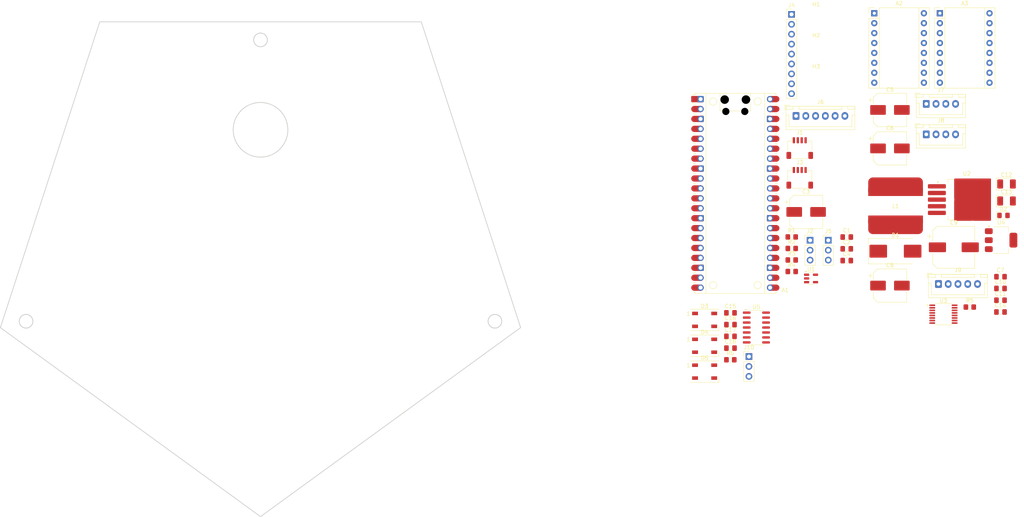
<source format=kicad_pcb>
(kicad_pcb (version 20240108) (generator "pcbnew") (generator_version "8.0")
  (layers (0 "F.Cu" signal) (31 "B.Cu" signal) (34 "B.Paste" user) (35 "F.Paste" user) (36 "B.SilkS" user "B.Silkscreen") (37 "F.SilkS" user "F.Silkscreen") (38 "B.Mask" user) (39 "F.Mask" user) (44 "Edge.Cuts" user))
  (net 0 "")
  (net 1 "GND")
  (net 2 "/NEMA 17 Stepper Drivers/Enable")
  (net 3 "/NEMA 17 Stepper Drivers/LM_Step")
  (net 4 "/NEMA 17 Stepper Drivers/LM_Dir")
  (net 6 "Net-(A1-GPIO27_ADC1)")
  (net 7 "/NEMA 17 Stepper Drivers/M2")
  (net 10 "Net-(A1-GPIO22)")
  (net 11 "/NEMA 17 Stepper Drivers/RM_Step")
  (net 12 "/NEMA 17 Stepper Drivers/RM_Dir")
  (net 14 "Net-(A2-A2)")
  (net 15 "Net-(A2-A1)")
  (net 16 "Net-(A2-B1)")
  (net 17 "Net-(A2-B2)")
  (net 18 "+3V3")
  (net 19 "+5V")
  (net 20 "Net-(D1-K)")
  (net 21 "Net-(D2-A)")
  (net 22 "SCL1")
  (net 23 "SDA1")
  (net 24 "SCL0")
  (net 25 "SDA0")
  (net 26 "PWM_Servo")
  (net 27 "Net-(A1-GPIO18)")
  (net 28 "Net-(A1-GPIO19)")
  (net 31 "/NEMA 17 Stepper Drivers/M0")
  (net 32 "Net-(A1-GPIO21)")
  (net 36 "LED_Din")
  (net 37 "Net-(A1-GPIO20)")
  (net 38 "Net-(A1-GPIO17)")
  (net 40 "Net-(A1-GPIO1)")
  (net 41 "Net-(A1-GPIO26_ADC0)")
  (net 43 "Net-(A1-GPIO28_ADC2)")
  (net 46 "Net-(A1-GPIO0)")
  (net 48 "/NEMA 17 Stepper Drivers/M1")
  (net 52 "+BATT")
  (net 53 "Net-(A3-A2)")
  (net 54 "Net-(A3-B1)")
  (net 55 "Net-(A3-B2)")
  (net 57 "Net-(A3-A1)")
  (net 58 "Net-(D3-DIN)")
  (net 59 "Net-(D3-DOUT)")
  (net 60 "Net-(D4-DOUT)")
  (net 61 "Net-(D5-DOUT)")
  (net 62 "Net-(J9-Pin_3)")
  (net 63 "Net-(J9-Pin_5)")
  (net 65 "Net-(R6-Pad1)")
  (net 66 "Net-(U5-Pad6)")
  (net 67 "Net-(U5-Pad11)")
  (net 68 "Net-(U5-Pad10)")
  (net 69 "Net-(U5-Pad13)")
  (footprint "Resistor_SMD:R_0805_2012Metric_Pad1.20x1.40mm_HandSolder" (layer "F.Cu") (at 222.5325 76.79)
    (property "Reference" "R1" (at 0 -1.65 0) (layer "F.SilkS"))
    (property "Value" "10K")
    (pad "1" smd roundrect (at -1 0) (size 1.2 1.4) (layers "F.Cu" "F.Paste" "F.Mask") (roundrect_rratio 0.208333) (net 18 "+3V3"))
    (pad "2" smd roundrect (at 1 0) (size 1.2 1.4) (layers "F.Cu" "F.Paste" "F.Mask") (roundrect_rratio 0.208333) (net 25 "SDA0"))
  )
  (footprint "LED_SMD:LED_WS2812B_PLCC4_5.0x5.0mm_P3.2mm" (layer "F.Cu") (at 200.2375 111.265)
    (property "Reference" "D5" (at 0 -3.5 0) (layer "F.SilkS"))
    (property "Value" "WS2812B")
    (fp_text user "1" (at -4.15 -1.6 0) (layer "F.SilkS"))
    (pad "1" smd rect (at -2.45 -1.65) (size 1.5 0.9) (layers "F.Cu" "F.Paste" "F.Mask") (net 19 "+5V"))
    (pad "2" smd rect (at -2.45 1.65) (size 1.5 0.9) (layers "F.Cu" "F.Paste" "F.Mask") (net 61 "Net-(D5-DOUT)"))
    (pad "3" smd rect (at 2.45 1.65) (size 1.5 0.9) (layers "F.Cu" "F.Paste" "F.Mask") (net 1 "GND"))
    (pad "4" smd rect (at 2.45 -1.65) (size 1.5 0.9) (layers "F.Cu" "F.Paste" "F.Mask") (net 60 "Net-(D4-DOUT)"))
  )
  (footprint "Bourns_Inductor:Inductor_SDR1307" (layer "F.Cu") (at 249.1075 68.815)
    (property "Reference" "L1" (at 0 0.1 0) (layer "F.SilkS"))
    (property "Value" "100uH 3A")
    (pad "1" smd roundrect (at 0 -4.875) (size 14 4.75) (layers "F.Cu" "F.Paste" "F.Mask") (net 20 "Net-(D1-K)"))
    (pad "1" smd rect (at 0 -3.5) (size 14 2) (layers "F.Cu" "F.Paste" "F.Mask") (net 20 "Net-(D1-K)"))
    (pad "2" smd rect (at 0 3.5) (size 14 2) (layers "F.Cu" "F.Paste" "F.Mask") (net 19 "+5V"))
    (pad "2" smd roundrect (at 0 4.875) (size 14 4.75) (layers "F.Cu" "F.Paste" "F.Mask") (net 19 "+5V"))
  )
  (footprint "Connector_PinHeader_2.54mm:PinHeader_1x03_P2.54mm_Vertical" (layer "F.Cu") (at 211.5825 107.4)
    (property "Reference" "J10" (at 0 -2.33 0) (layer "F.SilkS"))
    (property "Value" "Eyes")
    (pad "1" thru_hole rect (at 0 0) (size 1.7 1.7) (drill 1) (layers "*.Cu" "*.Mask") (net 19 "+5V"))
    (pad "2" thru_hole oval (at 0 2.54) (size 1.7 1.7) (drill 1) (layers "*.Cu" "*.Mask") (net 61 "Net-(D5-DOUT)"))
    (pad "3" thru_hole oval (at 0 5.08) (size 1.7 1.7) (drill 1) (layers "*.Cu" "*.Mask") (net 1 "GND"))
  )
  (footprint "Connector_PinHeader_2.54mm:PinHeader_1x09_P2.54mm_Vertical" (layer "F.Cu") (at 222.4825 19.82)
    (property "Reference" "J4" (at 0 -2.33 0) (layer "F.SilkS"))
    (property "Value" "Exp. Header")
    (pad "1" thru_hole rect (at 0 0) (size 1.7 1.7) (drill 1) (layers "*.Cu" "*.Mask") (net 38 "Net-(A1-GPIO17)"))
    (pad "2" thru_hole oval (at 0 2.54) (size 1.7 1.7) (drill 1) (layers "*.Cu" "*.Mask") (net 27 "Net-(A1-GPIO18)"))
    (pad "3" thru_hole oval (at 0 5.08) (size 1.7 1.7) (drill 1) (layers "*.Cu" "*.Mask") (net 28 "Net-(A1-GPIO19)"))
    (pad "4" thru_hole oval (at 0 7.62) (size 1.7 1.7) (drill 1) (layers "*.Cu" "*.Mask") (net 37 "Net-(A1-GPIO20)"))
    (pad "5" thru_hole oval (at 0 10.16) (size 1.7 1.7) (drill 1) (layers "*.Cu" "*.Mask") (net 32 "Net-(A1-GPIO21)"))
    (pad "6" thru_hole oval (at 0 12.7) (size 1.7 1.7) (drill 1) (layers "*.Cu" "*.Mask") (net 10 "Net-(A1-GPIO22)"))
    (pad "7" thru_hole oval (at 0 15.24) (size 1.7 1.7) (drill 1) (layers "*.Cu" "*.Mask") (net 41 "Net-(A1-GPIO26_ADC0)"))
    (pad "8" thru_hole oval (at 0 17.78) (size 1.7 1.7) (drill 1) (layers "*.Cu" "*.Mask") (net 6 "Net-(A1-GPIO27_ADC1)"))
    (pad "9" thru_hole oval (at 0 20.32) (size 1.7 1.7) (drill 1) (layers "*.Cu" "*.Mask") (net 43 "Net-(A1-GPIO28_ADC2)"))
  )
  (footprint "Capacitor_SMD:C_0805_2012Metric_Pad1.18x1.45mm_HandSolder" (layer "F.Cu") (at 236.6125 76.82)
    (property "Reference" "C1" (at 0 -1.68 0) (layer "F.SilkS"))
    (property "Value" "100nF")
    (pad "1" smd roundrect (at -1.0375 0) (size 1.175 1.45) (layers "F.Cu" "F.Paste" "F.Mask") (roundrect_rratio 0.212766) (net 18 "+3V3"))
    (pad "2" smd roundrect (at 1.0375 0) (size 1.175 1.45) (layers "F.Cu" "F.Paste" "F.Mask") (roundrect_rratio 0.212766) (net 1 "GND"))
  )
  (footprint "Module:Pololu_Breakout-16_15.2x20.3mm" (layer "F.Cu") (at 260.4525 19.54)
    (property "Reference" "A3" (at 6.35 -2.54 0) (layer "F.SilkS"))
    (property "Value" "DRV8825_Breakout")
    (pad "1" thru_hole rect (at 0 0) (size 1.6 1.6) (drill 0.8) (layers "*.Cu" "*.Mask") (net 1 "GND"))
    (pad "2" thru_hole oval (at 0 2.54) (size 1.6 1.6) (drill 0.8) (layers "*.Cu" "*.Mask") (net 31 "/NEMA 17 Stepper Drivers/M0"))
    (pad "3" thru_hole oval (at 0 5.08) (size 1.6 1.6) (drill 0.8) (layers "*.Cu" "*.Mask") (net 48 "/NEMA 17 Stepper Drivers/M1"))
    (pad "4" thru_hole oval (at 0 7.62) (size 1.6 1.6) (drill 0.8) (layers "*.Cu" "*.Mask") (net 7 "/NEMA 17 Stepper Drivers/M2"))
    (pad "5" thru_hole oval (at 0 10.16) (size 1.6 1.6) (drill 0.8) (layers "*.Cu" "*.Mask") (net 2 "/NEMA 17 Stepper Drivers/Enable"))
    (pad "6" thru_hole oval (at 0 12.7) (size 1.6 1.6) (drill 0.8) (layers "*.Cu" "*.Mask") (net 2 "/NEMA 17 Stepper Drivers/Enable"))
    (pad "7" thru_hole oval (at 0 15.24) (size 1.6 1.6) (drill 0.8) (layers "*.Cu" "*.Mask") (net 11 "/NEMA 17 Stepper Drivers/RM_Step"))
    (pad "8" thru_hole oval (at 0 17.78) (size 1.6 1.6) (drill 0.8) (layers "*.Cu" "*.Mask") (net 12 "/NEMA 17 Stepper Drivers/RM_Dir"))
    (pad "9" thru_hole oval (at 12.7 17.78) (size 1.6 1.6) (drill 0.8) (layers "*.Cu" "*.Mask") (net 1 "GND"))
    (pad "10" thru_hole oval (at 12.7 15.24) (size 1.6 1.6) (drill 0.8) (layers "*.Cu" "*.Mask"))
    (pad "11" thru_hole oval (at 12.7 12.7) (size 1.6 1.6) (drill 0.8) (layers "*.Cu" "*.Mask") (net 53 "Net-(A3-A2)"))
    (pad "12" thru_hole oval (at 12.7 10.16) (size 1.6 1.6) (drill 0.8) (layers "*.Cu" "*.Mask") (net 57 "Net-(A3-A1)"))
    (pad "13" thru_hole oval (at 12.7 7.62) (size 1.6 1.6) (drill 0.8) (layers "*.Cu" "*.Mask") (net 54 "Net-(A3-B1)"))
    (pad "14" thru_hole oval (at 12.7 5.08) (size 1.6 1.6) (drill 0.8) (layers "*.Cu" "*.Mask") (net 55 "Net-(A3-B2)"))
    (pad "15" thru_hole oval (at 12.7 2.54) (size 1.6 1.6) (drill 0.8) (layers "*.Cu" "*.Mask") (net 1 "GND"))
    (pad "16" thru_hole oval (at 12.7 0) (size 1.6 1.6) (drill 0.8) (layers "*.Cu" "*.Mask") (net 52 "+BATT"))
  )
  (footprint "Resistor_SMD:R_0805_2012Metric_Pad1.20x1.40mm_HandSolder" (layer "F.Cu") (at 222.5325 82.69)
    (property "Reference" "R3" (at 0 -1.65 0) (layer "F.SilkS"))
    (property "Value" "10K")
    (pad "1" smd roundrect (at -1 0) (size 1.2 1.4) (layers "F.Cu" "F.Paste" "F.Mask") (roundrect_rratio 0.208333) (net 18 "+3V3"))
    (pad "2" smd roundrect (at 1 0) (size 1.2 1.4) (layers "F.Cu" "F.Paste" "F.Mask") (roundrect_rratio 0.208333) (net 23 "SDA1"))
  )
  (footprint "MountingHole:MountingHole_3.2mm_M3" (layer "F.Cu") (at 228.7825 29.42)
    (property "Reference" "H2" (at 0 -4.2 0) (layer "F.SilkS"))
    (property "Value" "Body_MountingHole")
    (pad "" np_thru_hole circle (at 0 0) (size 3.2 3.2) (drill 3.2) (layers "*.Cu" "*.Mask"))
  )
  (footprint "Capacitor_Tantalum_SMD:CP_EIA-3528-21_Kemet-B_Pad1.50x2.35mm_HandSolder" (layer "F.Cu") (at 277.5025 63.24)
    (property "Reference" "C12" (at 0 -2.35 0) (layer "F.SilkS"))
    (property "Value" "10uF Tant")
    (pad "1" smd roundrect (at -1.625 0) (size 1.5 2.35) (layers "F.Cu" "F.Paste" "F.Mask") (roundrect_rratio 0.166667) (net 19 "+5V"))
    (pad "2" smd roundrect (at 1.625 0) (size 1.5 2.35) (layers "F.Cu" "F.Paste" "F.Mask") (roundrect_rratio 0.166667) (net 1 "GND"))
  )
  (footprint "Connector_JST:JST_SH_SM04B-SRSS-TB_1x04-1MP_P1.00mm_Horizontal" (layer "F.Cu") (at 224.5825 54.05)
    (property "Reference" "J1" (at 0 -3.98 0) (layer "F.SilkS"))
    (property "Value" "Qwiic0 (NF)")
    (pad "1" smd roundrect (at -1.5 -2) (size 0.6 1.55) (layers "F.Cu" "F.Paste" "F.Mask") (net 1 "GND"))
    (pad "2" smd roundrect (at -0.5 -2) (size 0.6 1.55) (layers "F.Cu" "F.Paste" "F.Mask") (net 18 "+3V3"))
    (pad "3" smd roundrect (at 0.5 -2) (size 0.6 1.55) (layers "F.Cu" "F.Paste" "F.Mask") (net 25 "SDA0"))
    (pad "4" smd roundrect (at 1.5 -2) (size 0.6 1.55) (layers "F.Cu" "F.Paste" "F.Mask") (net 24 "SCL0"))
    (pad "MP" smd roundrect (at -2.8 1.875) (size 1.2 1.8) (layers "F.Cu" "F.Paste" "F.Mask") (roundrect_rratio 0.208333))
    (pad "MP" smd roundrect (at 2.8 1.875) (size 1.2 1.8) (layers "F.Cu" "F.Paste" "F.Mask") (roundrect_rratio 0.208333))
  )
  (footprint "Capacitor_SMD:C_0805_2012Metric_Pad1.18x1.45mm_HandSolder" (layer "F.Cu") (at 275.9625 86.97)
    (property "Reference" "C7" (at 0 -1.68 0) (layer "F.SilkS"))
    (property "Value" "100nF")
    (pad "1" smd roundrect (at -1.0375 0) (size 1.175 1.45) (layers "F.Cu" "F.Paste" "F.Mask") (roundrect_rratio 0.212766) (net 52 "+BATT"))
    (pad "2" smd roundrect (at 1.0375 0) (size 1.175 1.45) (layers "F.Cu" "F.Paste" "F.Mask") (roundrect_rratio 0.212766) (net 1 "GND"))
  )
  (footprint "Capacitor_SMD:CP_Elec_10x10.5" (layer "F.Cu") (at 264.0175 79.44)
    (property "Reference" "C9" (at 0 -6.3 0) (layer "F.SilkS"))
    (property "Value" "1000uF")
    (pad "1" smd roundrect (at -4.2 0) (size 4.4 2.5) (layers "F.Cu" "F.Paste" "F.Mask") (roundrect_rratio 0.1) (net 19 "+5V"))
    (pad "2" smd roundrect (at 4.2 0) (size 4.4 2.5) (layers "F.Cu" "F.Paste" "F.Mask") (roundrect_rratio 0.1) (net 1 "GND"))
  )
  (footprint "Module:Pololu_Breakout-16_15.2x20.3mm" (layer "F.Cu") (at 243.6625 19.54)
    (property "Reference" "A2" (at 6.35 -2.54 0) (layer "F.SilkS"))
    (property "Value" "DRV8825_Breakout")
    (pad "1" thru_hole rect (at 0 0) (size 1.6 1.6) (drill 0.8) (layers "*.Cu" "*.Mask") (net 1 "GND"))
    (pad "2" thru_hole oval (at 0 2.54) (size 1.6 1.6) (drill 0.8) (layers "*.Cu" "*.Mask") (net 31 "/NEMA 17 Stepper Drivers/M0"))
    (pad "3" thru_hole oval (at 0 5.08) (size 1.6 1.6) (drill 0.8) (layers "*.Cu" "*.Mask") (net 48 "/NEMA 17 Stepper Drivers/M1"))
    (pad "4" thru_hole oval (at 0 7.62) (size 1.6 1.6) (drill 0.8) (layers "*.Cu" "*.Mask") (net 7 "/NEMA 17 Stepper Drivers/M2"))
    (pad "5" thru_hole oval (at 0 10.16) (size 1.6 1.6) (drill 0.8) (layers "*.Cu" "*.Mask") (net 2 "/NEMA 17 Stepper Drivers/Enable"))
    (pad "6" thru_hole oval (at 0 12.7) (size 1.6 1.6) (drill 0.8) (layers "*.Cu" "*.Mask") (net 2 "/NEMA 17 Stepper Drivers/Enable"))
    (pad "7" thru_hole oval (at 0 15.24) (size 1.6 1.6) (drill 0.8) (layers "*.Cu" "*.Mask") (net 3 "/NEMA 17 Stepper Drivers/LM_Step"))
    (pad "8" thru_hole oval (at 0 17.78) (size 1.6 1.6) (drill 0.8) (layers "*.Cu" "*.Mask") (net 4 "/NEMA 17 Stepper Drivers/LM_Dir"))
    (pad "9" thru_hole oval (at 12.7 17.78) (size 1.6 1.6) (drill 0.8) (layers "*.Cu" "*.Mask") (net 1 "GND"))
    (pad "10" thru_hole oval (at 12.7 15.24) (size 1.6 1.6) (drill 0.8) (layers "*.Cu" "*.Mask"))
    (pad "11" thru_hole oval (at 12.7 12.7) (size 1.6 1.6) (drill 0.8) (layers "*.Cu" "*.Mask") (net 14 "Net-(A2-A2)"))
    (pad "12" thru_hole oval (at 12.7 10.16) (size 1.6 1.6) (drill 0.8) (layers "*.Cu" "*.Mask") (net 15 "Net-(A2-A1)"))
    (pad "13" thru_hole oval (at 12.7 7.62) (size 1.6 1.6) (drill 0.8) (layers "*.Cu" "*.Mask") (net 16 "Net-(A2-B1)"))
    (pad "14" thru_hole oval (at 12.7 5.08) (size 1.6 1.6) (drill 0.8) (layers "*.Cu" "*.Mask") (net 17 "Net-(A2-B2)"))
    (pad "15" thru_hole oval (at 12.7 2.54) (size 1.6 1.6) (drill 0.8) (layers "*.Cu" "*.Mask") (net 1 "GND"))
    (pad "16" thru_hole oval (at 12.7 0) (size 1.6 1.6) (drill 0.8) (layers "*.Cu" "*.Mask") (net 52 "+BATT"))
  )
  (footprint "Capacitor_SMD:C_0805_2012Metric_Pad1.18x1.45mm_HandSolder" (layer "F.Cu") (at 275.9625 96)
    (property "Reference" "C14" (at 0 -1.68 0) (layer "F.SilkS"))
    (property "Value" "100nF")
    (pad "1" smd roundrect (at -1.0375 0) (size 1.175 1.45) (layers "F.Cu" "F.Paste" "F.Mask") (roundrect_rratio 0.212766) (net 18 "+3V3"))
    (pad "2" smd roundrect (at 1.0375 0) (size 1.175 1.45) (layers "F.Cu" "F.Paste" "F.Mask") (roundrect_rratio 0.212766) (net 1 "GND"))
  )
  (footprint "Package_TO_SOT_SMD:TO-263-5_TabPin3" (layer "F.Cu") (at 267.3325 67.24)
    (property "Reference" "U2" (at 0 -6.65 0) (layer "F.SilkS"))
    (property "Value" "LM2576S-5")
    (pad "1" smd roundrect (at -7.65 -3.4) (size 4.6 1.1) (layers "F.Cu" "F.Paste" "F.Mask") (roundrect_rratio 0.227273) (net 52 "+BATT"))
    (pad "2" smd roundrect (at -7.65 -1.7) (size 4.6 1.1) (layers "F.Cu" "F.Paste" "F.Mask") (roundrect_rratio 0.227273) (net 20 "Net-(D1-K)"))
    (pad "3" smd roundrect (at -7.65 0) (size 4.6 1.1) (layers "F.Cu" "F.Paste" "F.Mask") (roundrect_rratio 0.227273) (net 1 "GND"))
    (pad "3" smd roundrect (at -0.925 -2.775) (size 4.55 5.25) (layers "F.Cu" "F.Paste") (roundrect_rratio 0.054945) (net 1 "GND"))
    (pad "3" smd roundrect (at -0.925 2.775) (size 4.55 5.25) (layers "F.Cu" "F.Paste") (roundrect_rratio 0.054945) (net 1 "GND"))
    (pad "3" smd roundrect (at 1.5 0) (size 9.4 10.8) (layers "F.Cu" "F.Mask") (roundrect_rratio 0.026596) (net 1 "GND"))
    (pad "3" smd roundrect (at 3.925 -2.775) (size 4.55 5.25) (layers "F.Cu" "F.Paste") (roundrect_rratio 0.054945) (net 1 "GND"))
    (pad "3" smd roundrect (at 3.925 2.775) (size 4.55 5.25) (layers "F.Cu" "F.Paste") (roundrect_rratio 0.054945) (net 1 "GND"))
    (pad "4" smd roundrect (at -7.65 1.7) (size 4.6 1.1) (layers "F.Cu" "F.Paste" "F.Mask") (roundrect_rratio 0.227273) (net 19 "+5V"))
    (pad "5" smd roundrect (at -7.65 3.4) (size 4.6 1.1) (layers "F.Cu" "F.Paste" "F.Mask") (roundrect_rratio 0.227273) (net 1 "GND"))
  )
  (footprint "LED_SMD:LED_WS2812B_PLCC4_5.0x5.0mm_P3.2mm" (layer "F.Cu") (at 200.2375 98.025)
    (property "Reference" "D3" (at 0 -3.5 0) (layer "F.SilkS"))
    (property "Value" "WS2812B")
    (fp_text user "1" (at -4.15 -1.6 0) (layer "F.SilkS"))
    (pad "1" smd rect (at -2.45 -1.65) (size 1.5 0.9) (layers "F.Cu" "F.Paste" "F.Mask") (net 19 "+5V"))
    (pad "2" smd rect (at -2.45 1.65) (size 1.5 0.9) (layers "F.Cu" "F.Paste" "F.Mask") (net 59 "Net-(D3-DOUT)"))
    (pad "3" smd rect (at 2.45 1.65) (size 1.5 0.9) (layers "F.Cu" "F.Paste" "F.Mask") (net 1 "GND"))
    (pad "4" smd rect (at 2.45 -1.65) (size 1.5 0.9) (layers "F.Cu" "F.Paste" "F.Mask") (net 58 "Net-(D3-DIN)"))
  )
  (footprint "Resistor_SMD:R_0805_2012Metric_Pad1.20x1.40mm_HandSolder" (layer "F.Cu") (at 206.8225 108.23)
    (property "Reference" "R6" (at 0 -1.65 0) (layer "F.SilkS"))
    (property "Value" "560R")
    (pad "1" smd roundrect (at -1 0) (size 1.2 1.4) (layers "F.Cu" "F.Paste" "F.Mask") (roundrect_rratio 0.208333) (net 65 "Net-(R6-Pad1)"))
    (pad "2" smd roundrect (at 1 0) (size 1.2 1.4) (layers "F.Cu" "F.Paste" "F.Mask") (roundrect_rratio 0.208333) (net 58 "Net-(D3-DIN)"))
  )
  (footprint "Capacitor_SMD:CP_Elec_8x6.2" (layer "F.Cu") (at 247.6675 44.29)
    (property "Reference" "C5" (at 0 -5.2 0) (layer "F.SilkS"))
    (property "Value" "100uF")
    (pad "1" smd roundrect (at -3.05 0) (size 4 2.5) (layers "F.Cu" "F.Paste" "F.Mask") (roundrect_rratio 0.1) (net 52 "+BATT"))
    (pad "2" smd roundrect (at 3.05 0) (size 4 2.5) (layers "F.Cu" "F.Paste" "F.Mask") (roundrect_rratio 0.1) (net 1 "GND"))
  )
  (footprint "Package_TO_SOT_SMD:SOT-223-3_TabPin2" (layer "F.Cu") (at 276.1125 77.615)
    (property "Reference" "U4" (at 0 -4.5 0) (layer "F.SilkS"))
    (property "Value" "LM1117MP-3.3")
    (pad "1" smd roundrect (at -3.15 -2.3) (size 2 1.5) (layers "F.Cu" "F.Paste" "F.Mask") (net 1 "GND"))
    (pad "2" smd roundrect (at -3.15 0) (size 2 1.5) (layers "F.Cu" "F.Paste" "F.Mask") (net 18 "+3V3"))
    (pad "2" smd roundrect (at 3.15 0) (size 2 3.8) (layers "F.Cu" "F.Paste" "F.Mask") (net 18 "+3V3"))
    (pad "3" smd roundrect (at -3.15 2.3) (size 2 1.5) (layers "F.Cu" "F.Paste" "F.Mask") (net 19 "+5V"))
  )
  (footprint "Resistor_SMD:R_0805_2012Metric_Pad1.20x1.40mm_HandSolder" (layer "F.Cu") (at 222.5325 79.74)
    (property "Reference" "R2" (at 0 -1.65 0) (layer "F.SilkS"))
    (property "Value" "10K")
    (pad "1" smd roundrect (at -1 0) (size 1.2 1.4) (layers "F.Cu" "F.Paste" "F.Mask") (roundrect_rratio 0.208333) (net 24 "SCL0"))
    (pad "2" smd roundrect (at 1 0) (size 1.2 1.4) (layers "F.Cu" "F.Paste" "F.Mask") (roundrect_rratio 0.208333) (net 18 "+3V3"))
  )
  (footprint "Capacitor_SMD:CP_Elec_8x6.2" (layer "F.Cu") (at 247.6675 89.24)
    (property "Reference" "C8" (at 0 -5.2 0) (layer "F.SilkS"))
    (property "Value" "100uF")
    (pad "1" smd roundrect (at -3.05 0) (size 4 2.5) (layers "F.Cu" "F.Paste" "F.Mask") (roundrect_rratio 0.1) (net 52 "+BATT"))
    (pad "2" smd roundrect (at 3.05 0) (size 4 2.5) (layers "F.Cu" "F.Paste" "F.Mask") (roundrect_rratio 0.1) (net 1 "GND"))
  )
  (footprint "Connector_PinHeader_2.54mm:PinHeader_1x03_P2.54mm_Vertical" (layer "F.Cu") (at 227.2325 77.64)
    (property "Reference" "J2" (at 0 -2.33 0) (layer "F.SilkS"))
    (property "Value" "USART Header")
    (pad "1" thru_hole rect (at 0 0) (size 1.7 1.7) (drill 1) (layers "*.Cu" "*.Mask") (net 46 "Net-(A1-GPIO0)"))
    (pad "2" thru_hole oval (at 0 2.54) (size 1.7 1.7) (drill 1) (layers "*.Cu" "*.Mask") (net 40 "Net-(A1-GPIO1)"))
    (pad "3" thru_hole oval (at 0 5.08) (size 1.7 1.7) (drill 1) (layers "*.Cu" "*.Mask") (net 1 "GND"))
  )
  (footprint "Capacitor_SMD:CP_Elec_8x6.2" (layer "F.Cu") (at 247.6675 54.14)
    (property "Reference" "C6" (at 0 -5.2 0) (layer "F.SilkS"))
    (property "Value" "100uF")
    (pad "1" smd roundrect (at -3.05 0) (size 4 2.5) (layers "F.Cu" "F.Paste" "F.Mask") (roundrect_rratio 0.1) (net 52 "+BATT"))
    (pad "2" smd roundrect (at 3.05 0) (size 4 2.5) (layers "F.Cu" "F.Paste" "F.Mask") (roundrect_rratio 0.1) (net 1 "GND"))
  )
  (footprint "Package_SO:SO-14_3.9x8.65mm_P1.27mm" (layer "F.Cu") (at 213.4825 99.975)
    (property "Reference" "U5" (at 0 -5.28 0) (layer "F.SilkS"))
    (property "Value" "74HC14")
    (pad "1" smd roundrect (at -2.475 -3.81) (size 1.95 0.6) (layers "F.Cu" "F.Paste" "F.Mask") (net 36 "LED_Din"))
    (pad "2" smd roundrect (at -2.475 -2.54) (size 1.95 0.6) (layers "F.Cu" "F.Paste" "F.Mask") (net 69 "Net-(U5-Pad13)"))
    (pad "3" smd roundrect (at -2.475 -1.27) (size 1.95 0.6) (layers "F.Cu" "F.Paste" "F.Mask") (net 1 "GND"))
    (pad "4" smd roundrect (at -2.475 0) (size 1.95 0.6) (layers "F.Cu" "F.Paste" "F.Mask") (net 67 "Net-(U5-Pad11)"))
    (pad "5" smd roundrect (at -2.475 1.27) (size 1.95 0.6) (layers "F.Cu" "F.Paste" "F.Mask") (net 68 "Net-(U5-Pad10)"))
    (pad "6" smd roundrect (at -2.475 2.54) (size 1.95 0.6) (layers "F.Cu" "F.Paste" "F.Mask") (net 66 "Net-(U5-Pad6)"))
    (pad "7" smd roundrect (at -2.475 3.81) (size 1.95 0.6) (layers "F.Cu" "F.Paste" "F.Mask") (net 1 "GND"))
    (pad "8" smd roundrect (at 2.475 3.81) (size 1.95 0.6) (layers "F.Cu" "F.Paste" "F.Mask"))
    (pad "9" smd roundrect (at 2.475 2.54) (size 1.95 0.6) (layers "F.Cu" "F.Paste" "F.Mask") (net 66 "Net-(U5-Pad6)"))
    (pad "10" smd roundrect (at 2.475 1.27) (size 1.95 0.6) (layers "F.Cu" "F.Paste" "F.Mask") (net 68 "Net-(U5-Pad10)"))
    (pad "11" smd roundrect (at 2.475 0) (size 1.95 0.6) (layers "F.Cu" "F.Paste" "F.Mask") (net 67 "Net-(U5-Pad11)"))
    (pad "12" smd roundrect (at 2.475 -1.27) (size 1.95 0.6) (layers "F.Cu" "F.Paste" "F.Mask") (net 65 "Net-(R6-Pad1)"))
    (pad "13" smd roundrect (at 2.475 -2.54) (size 1.95 0.6) (layers "F.Cu" "F.Paste" "F.Mask") (net 69 "Net-(U5-Pad13)"))
    (pad "14" smd roundrect (at 2.475 -3.81) (size 1.95 0.6) (layers "F.Cu" "F.Paste" "F.Mask") (net 19 "+5V"))
  )
  (footprint "Connector_PinHeader_2.54mm:PinHeader_1x03_P2.54mm_Vertical" (layer "F.Cu") (at 231.8825 77.64)
    (property "Reference" "J5" (at 0 -2.33 0) (layer "F.SilkS"))
    (property "Value" "Pen Servo Header")
    (pad "1" thru_hole rect (at 0 0) (size 1.7 1.7) (drill 1) (layers "*.Cu" "*.Mask") (net 26 "PWM_Servo"))
    (pad "2" thru_hole oval (at 0 2.54) (size 1.7 1.7) (drill 1) (layers "*.Cu" "*.Mask") (net 19 "+5V"))
    (pad "3" thru_hole oval (at 0 5.08) (size 1.7 1.7) (drill 1) (layers "*.Cu" "*.Mask") (net 1 "GND"))
  )
  (footprint "Connector_JST:JST_XH_B5B-XH-A_1x05_P2.50mm_Vertical" (layer "F.Cu") (at 260.0825 88.84)
    (property "Reference" "J9" (at 5 -3.55 0) (layer "F.SilkS"))
    (property "Value" "Battery")
    (pad "1" thru_hole roundrect (at 0 0) (size 1.7 1.95) (drill 0.95) (layers "*.Cu" "*.Mask") (roundrect_rratio 0.147059) (net 1 "GND"))
    (pad "2" thru_hole oval (at 2.5 0) (size 1.7 1.95) (drill 0.95) (layers "*.Cu" "*.Mask"))
    (pad "3" thru_hole oval (at 5 0) (size 1.7 1.95) (drill 0.95) (layers "*.Cu" "*.Mask") (net 62 "Net-(J9-Pin_3)"))
    (pad "4" thru_hole oval (at 7.5 0) (size 1.7 1.95) (drill 0.95) (layers "*.Cu" "*.Mask") (net 62 "Net-(J9-Pin_3)"))
    (pad "5" thru_hole oval (at 10 0) (size 1.7 1.95) (drill 0.95) (layers "*.Cu" "*.Mask") (net 63 "Net-(J9-Pin_5)"))
  )
  (footprint "Capacitor_SMD:CP_Elec_8x6.2" (layer "F.Cu") (at 226.2175 70.39)
    (property "Reference" "C3" (at 0 -5.2 0) (layer "F.SilkS"))
    (property "Value" "100uF")
    (pad "1" smd roundrect (at -3.05 0) (size 4 2.5) (layers "F.Cu" "F.Paste" "F.Mask") (roundrect_rratio 0.1) (net 19 "+5V"))
    (pad "2" smd roundrect (at 3.05 0) (size 4 2.5) (layers "F.Cu" "F.Paste" "F.Mask") (roundrect_rratio 0.1) (net 1 "GND"))
  )
  (footprint "Capacitor_SMD:C_0805_2012Metric_Pad1.18x1.45mm_HandSolder" (layer "F.Cu") (at 236.6125 82.84)
    (property "Reference" "C4" (at 0 -1.68 0) (layer "F.SilkS"))
    (property "Value" "100nF")
    (pad "1" smd roundrect (at -1.0375 0) (size 1.175 1.45) (layers "F.Cu" "F.Paste" "F.Mask") (roundrect_rratio 0.212766) (net 18 "+3V3"))
    (pad "2" smd roundrect (at 1.0375 0) (size 1.175 1.45) (layers "F.Cu" "F.Paste" "F.Mask") (roundrect_rratio 0.212766) (net 1 "GND"))
  )
  (footprint "Capacitor_SMD:C_0805_2012Metric_Pad1.18x1.45mm_HandSolder" (layer "F.Cu") (at 206.8525 105.25)
    (property "Reference" "C18" (at 0 -1.68 0) (layer "F.SilkS"))
    (property "Value" "100nF")
    (pad "1" smd roundrect (at -1.0375 0) (size 1.175 1.45) (layers "F.Cu" "F.Paste" "F.Mask") (roundrect_rratio 0.212766) (net 19 "+5V"))
    (pad "2" smd roundrect (at 1.0375 0) (size 1.175 1.45) (layers "F.Cu" "F.Paste" "F.Mask") (roundrect_rratio 0.212766) (net 1 "GND"))
  )
  (footprint "Capacitor_SMD:C_0805_2012Metric_Pad1.18x1.45mm_HandSolder" (layer "F.Cu") (at 236.6125 79.83)
    (property "Reference" "C2" (at 0 -1.68 0) (layer "F.SilkS"))
    (property "Value" "100nF")
    (pad "1" smd roundrect (at -1.0375 0) (size 1.175 1.45) (layers "F.Cu" "F.Paste" "F.Mask") (roundrect_rratio 0.212766) (net 18 "+3V3"))
    (pad "2" smd roundrect (at 1.0375 0) (size 1.175 1.45) (layers "F.Cu" "F.Paste" "F.Mask") (roundrect_rratio 0.212766) (net 1 "GND"))
  )
  (footprint "Capacitor_SMD:C_0805_2012Metric_Pad1.18x1.45mm_HandSolder" (layer "F.Cu") (at 206.8525 99.23)
    (property "Reference" "C16" (at 0 -1.68 0) (layer "F.SilkS"))
    (property "Value" "100nF")
    (pad "1" smd roundrect (at -1.0375 0) (size 1.175 1.45) (layers "F.Cu" "F.Paste" "F.Mask") (roundrect_rratio 0.212766) (net 19 "+5V"))
    (pad "2" smd roundrect (at 1.0375 0) (size 1.175 1.45) (layers "F.Cu" "F.Paste" "F.Mask") (roundrect_rratio 0.212766) (net 1 "GND"))
  )
  (footprint "Resistor_SMD:R_0805_2012Metric_Pad1.20x1.40mm_HandSolder" (layer "F.Cu") (at 222.5325 85.64)
    (property "Reference" "R4" (at 0 -1.65 0) (layer "F.SilkS"))
    (property "Value" "10K")
    (pad "1" smd roundrect (at -1 0) (size 1.2 1.4) (layers "F.Cu" "F.Paste" "F.Mask") (roundrect_rratio 0.208333) (net 18 "+3V3"))
    (pad "2" smd roundrect (at 1 0) (size 1.2 1.4) (layers "F.Cu" "F.Paste" "F.Mask") (roundrect_rratio 0.208333) (net 22 "SCL1"))
  )
  (footprint "LED_SMD:LED_WS2812B_PLCC4_5.0x5.0mm_P3.2mm" (layer "F.Cu") (at 200.2375 104.645)
    (property "Reference" "D4" (at 0 -3.5 0) (layer "F.SilkS"))
    (property "Value" "WS2812B")
    (fp_text user "1" (at -4.15 -1.6 0) (layer "F.SilkS"))
    (pad "1" smd rect (at -2.45 -1.65) (size 1.5 0.9) (layers "F.Cu" "F.Paste" "F.Mask") (net 19 "+5V"))
    (pad "2" smd rect (at -2.45 1.65) (size 1.5 0.9) (layers "F.Cu" "F.Paste" "F.Mask") (net 60 "Net-(D4-DOUT)"))
    (pad "3" smd rect (at 2.45 1.65) (size 1.5 0.9) (layers "F.Cu" "F.Paste" "F.Mask") (net 1 "GND"))
    (pad "4" smd rect (at 2.45 -1.65) (size 1.5 0.9) (layers "F.Cu" "F.Paste" "F.Mask") (net 59 "Net-(D3-DOUT)"))
  )
  (footprint "Package_TO_SOT_SMD:SOT-23-5" (layer "F.Cu") (at 227.4825 87.415)
    (property "Reference" "U1" (at 0 -2.4 0) (layer "F.SilkS"))
    (property "Value" "24LC16BT-I/OT")
    (pad "1" smd roundrect (at -1.1375 -0.95) (size 1.325 0.6) (layers "F.Cu" "F.Paste" "F.Mask") (net 24 "SCL0"))
    (pad "2" smd roundrect (at -1.1375 0) (size 1.325 0.6) (layers "F.Cu" "F.Paste" "F.Mask") (net 1 "GND"))
    (pad "3" smd roundrect (at -1.1375 0.95) (size 1.325 0.6) (layers "F.Cu" "F.Paste" "F.Mask") (net 25 "SDA0"))
    (pad "4" smd roundrect (at 1.1375 0.95) (size 1.325 0.6) (layers "F.Cu" "F.Paste" "F.Mask") (net 18 "+3V3"))
    (pad "5" smd roundrect (at 1.1375 -0.95) (size 1.325 0.6) (layers "F.Cu" "F.Paste" "F.Mask") (net 1 "GND"))
  )
  (footprint "MountingHole:MountingHole_3.2mm_M3" (layer "F.Cu") (at 228.7825 37.37)
    (property "Reference" "H3" (at 0 -4.2 0) (layer "F.SilkS"))
    (property "Value" "Body_MountingHole")
    (pad "" np_thru_hole circle (at 0 0) (size 3.2 3.2) (drill 3.2) (layers "*.Cu" "*.Mask"))
  )
  (footprint "Package_SO:TSSOP-16_4.4x5mm_P0.65mm" (layer "F.Cu") (at 261.3575 96.56)
    (property "Reference" "U3" (at 0 -3.45 0) (layer "F.SilkS"))
    (property "Value" "INA260")
    (pad "1" smd roundrect (at -2.8625 -2.275) (size 1.475 0.4) (layers "F.Cu" "F.Paste" "F.Mask") (net 63 "Net-(J9-Pin_5)"))
    (pad "2" smd roundrect (at -2.8625 -1.625) (size 1.475 0.4) (layers "F.Cu" "F.Paste" "F.Mask") (net 63 "Net-(J9-Pin_5)"))
    (pad "3" smd roundrect (at -2.8625 -0.975) (size 1.475 0.4) (layers "F.Cu" "F.Paste" "F.Mask") (net 63 "Net-(J9-Pin_5)"))
    (pad "4" smd roundrect (at -2.8625 -0.325) (size 1.475 0.4) (layers "F.Cu" "F.Paste" "F.Mask") (net 1 "GND"))
    (pad "5" smd roundrect (at -2.8625 0.325) (size 1.475 0.4) (layers "F.Cu" "F.Paste" "F.Mask") (net 1 "GND"))
    (pad "6" smd roundrect (at -2.8625 0.975) (size 1.475 0.4) (layers "F.Cu" "F.Paste" "F.Mask") (net 1 "GND"))
    (pad "7" smd roundrect (at -2.8625 1.625) (size 1.475 0.4) (layers "F.Cu" "F.Paste" "F.Mask"))
    (pad "8" smd roundrect (at -2.8625 2.275) (size 1.475 0.4) (layers "F.Cu" "F.Paste" "F.Mask") (net 25 "SDA0"))
    (pad "9" smd roundrect (at 2.8625 2.275) (size 1.475 0.4) (layers "F.Cu" "F.Paste" "F.Mask") (net 24 "SCL0"))
    (pad "10" smd roundrect (at 2.8625 1.625) (size 1.475 0.4) (layers "F.Cu" "F.Paste" "F.Mask") (net 18 "+3V3"))
    (pad "11" smd roundrect (at 2.8625 0.975) (size 1.475 0.4) (layers "F.Cu" "F.Paste" "F.Mask") (net 1 "GND"))
    (pad "12" smd roundrect (at 2.8625 0.325) (size 1.475 0.4) (layers "F.Cu" "F.Paste" "F.Mask") (net 63 "Net-(J9-Pin_5)"))
    (pad "13" smd roundrect (at 2.8625 -0.325) (size 1.475 0.4) (layers "F.Cu" "F.Paste" "F.Mask"))
    (pad "14" smd roundrect (at 2.8625 -0.975) (size 1.475 0.4) (layers "F.Cu" "F.Paste" "F.Mask") (net 52 "+BATT"))
    (pad "15" smd roundrect (at 2.8625 -1.625) (size 1.475 0.4) (layers "F.Cu" "F.Paste" "F.Mask") (net 52 "+BATT"))
    (pad "16" smd roundrect (at 2.8625 -2.275) (size 1.475 0.4) (layers "F.Cu" "F.Paste" "F.Mask") (net 52 "+BATT"))
  )
  (footprint "Resistor_SMD:R_0805_2012Metric_Pad1.20x1.40mm_HandSolder" (layer "F.Cu") (at 268.1025 94.74)
    (property "Reference" "R5" (at 0 -1.65 0) (layer "F.SilkS"))
    (property "Value" "1K")
    (pad "1" smd roundrect (at -1 0) (size 1.2 1.4) (layers "F.Cu" "F.Paste" "F.Mask") (roundrect_rratio 0.208333) (net 19 "+5V"))
    (pad "2" smd roundrect (at 1 0) (size 1.2 1.4) (layers "F.Cu" "F.Paste" "F.Mask") (roundrect_rratio 0.208333) (net 21 "Net-(D2-A)"))
  )
  (footprint "MountingHole:MountingHole_3.2mm_M3" (layer "F.Cu") (at 228.7825 21.47)
    (property "Reference" "H1" (at 0 -4.2 0) (layer "F.SilkS"))
    (property "Value" "Body_MountingHole")
    (pad "" np_thru_hole circle (at 0 0) (size 3.2 3.2) (drill 3.2) (layers "*.Cu" "*.Mask"))
  )
  (footprint "Capacitor_SMD:C_0805_2012Metric_Pad1.18x1.45mm_HandSolder" (layer "F.Cu") (at 206.8525 96.22)
    (property "Reference" "C15" (at 0 -1.68 0) (layer "F.SilkS"))
    (property "Value" "100nF")
    (pad "1" smd roundrect (at -1.0375 0) (size 1.175 1.45) (layers "F.Cu" "F.Paste" "F.Mask") (roundrect_rratio 0.212766) (net 19 "+5V"))
    (pad "2" smd roundrect (at 1.0375 0) (size 1.175 1.45) (layers "F.Cu" "F.Paste" "F.Mask") (roundrect_rratio 0.212766) (net 1 "GND"))
  )
  (footprint "Connector_JST:JST_XH_B4B-XH-A_1x04_P2.50mm_Vertical" (layer "F.Cu") (at 256.9625 42.74)
    (property "Reference" "J7" (at 3.75 -3.55 0) (layer "F.SilkS"))
    (property "Value" "Left Motor")
    (pad "1" thru_hole roundrect (at 0 0) (size 1.7 1.95) (drill 0.95) (layers "*.Cu" "*.Mask") (roundrect_rratio 0.147059) (net 14 "Net-(A2-A2)"))
    (pad "2" thru_hole oval (at 2.5 0) (size 1.7 1.95) (drill 0.95) (layers "*.Cu" "*.Mask") (net 16 "Net-(A2-B1)"))
    (pad "3" thru_hole oval (at 5 0) (size 1.7 1.95) (drill 0.95) (layers "*.Cu" "*.Mask") (net 15 "Net-(A2-A1)"))
    (pad "4" thru_hole oval (at 7.5 0) (size 1.7 1.95) (drill 0.95) (layers "*.Cu" "*.Mask") (net 17 "Net-(A2-B2)"))
  )
  (footprint "Capacitor_SMD:C_0805_2012Metric_Pad1.18x1.45mm_HandSolder" (layer "F.Cu") (at 275.9625 92.99)
    (property "Reference" "C11" (at 0 -1.68 0) (layer "F.SilkS"))
    (property "Value" "100nF")
    (pad "1" smd roundrect (at -1.0375 0) (size 1.175 1.45) (layers "F.Cu" "F.Paste" "F.Mask") (roundrect_rratio 0.212766) (net 19 "+5V"))
    (pad "2" smd roundrect (at 1.0375 0) (size 1.175 1.45) (layers "F.Cu" "F.Paste" "F.Mask") (roundrect_rratio 0.212766) (net 1 "GND"))
  )
  (footprint "Capacitor_SMD:C_0805_2012Metric_Pad1.18x1.45mm_HandSolder" (layer "F.Cu") (at 206.8525 102.24)
    (property "Reference" "C17" (at 0 -1.68 0) (layer "F.SilkS"))
    (property "Value" "100nF")
    (pad "1" smd roundrect (at -1.0375 0) (size 1.175 1.45) (layers "F.Cu" "F.Paste" "F.Mask") (roundrect_rratio 0.212766) (net 19 "+5V"))
    (pad "2" smd roundrect (at 1.0375 0) (size 1.175 1.45) (layers "F.Cu" "F.Paste" "F.Mask") (roundrect_rratio 0.212766) (net 1 "GND"))
  )
  (footprint "Connector_JST:JST_XH_B6B-XH-A_1x06_P2.50mm_Vertical" (layer "F.Cu") (at 223.6325 45.82)
    (property "Reference" "J6" (at 6.25 -3.55 0) (layer "F.SilkS"))
    (property "Value" "Power Expansion")
    (pad "1" thru_hole roundrect (at 0 0) (size 1.7 1.95) (drill 0.95) (layers "*.Cu" "*.Mask") (roundrect_rratio 0.147059) (net 18 "+3V3"))
    (pad "2" thru_hole oval (at 2.5 0) (size 1.7 1.95) (drill 0.95) (layers "*.Cu" "*.Mask") (net 19 "+5V"))
    (pad "3" thru_hole oval (at 5 0) (size 1.7 1.95) (drill 0.95) (layers "*.Cu" "*.Mask") (net 52 "+BATT"))
    (pad "4" thru_hole oval (at 7.5 0) (size 1.7 1.95) (drill 0.95) (layers "*.Cu" "*.Mask") (net 1 "GND"))
    (pad "5" thru_hole oval (at 10 0) (size 1.7 1.95) (drill 0.95) (layers "*.Cu" "*.Mask") (net 22 "SCL1"))
    (pad "6" thru_hole oval (at 12.5 0) (size 1.7 1.95) (drill 0.95) (layers "*.Cu" "*.Mask") (net 23 "SDA1"))
  )
  (footprint "Module_RaspberryPi_Pico:RaspberryPi_Pico_Common" (layer "F.Cu") (at 208.0925 65.645)
    (property "Reference" "A1" (at 11.7475 24.765 0) (layer "F.SilkS") (effects (justify left)))
    (property "Value" "RaspberryPi_Pico_W")
    (pad "" np_thru_hole circle (at -2.725 -24) (size 2.2 2.2) (drill 2.2) (layers "*.Mask"))
    (pad "" np_thru_hole circle (at -2.425 -20.97) (size 1.85 1.85) (drill 1.85) (layers "*.Mask"))
    (pad "" np_thru_hole circle (at 2.425 -20.97) (size 1.85 1.85) (drill 1.85) (layers "*.Mask"))
    (pad "" np_thru_hole circle (at 2.725 -24) (size 2.2 2.2) (drill 2.2) (layers "*.Mask"))
    (pad "1" thru_hole roundrect (at -8.89 -24.13) (size 1.6 1.6) (drill 1) (layers "*.Cu" "*.Mask") (roundrect_rratio 0.125) (net 46 "Net-(A1-GPIO0)"))
    (pad "1" smd custom (at -8.89 -24.13) (size 1.6 1.6) (layers "F.Cu" "F.Mask") (net 46 "Net-(A1-GPIO0)") (options (clearance outline) (anchor circle)) (primitives (gr_poly (pts (xy -2.4 0.6) (xy -2.4 -0.6) (xy -2.2 -0.8) (xy 0 -0.8) (xy 0 0.8) (xy -2.2 0.8)) (width 0) (fill yes)) (gr_circle (center -2.2 0.6) (end -2 0.6) (width 0) (fill yes)) (gr_circle (center -2.2 -0.6) (end -2 -0.6) (width 0) (fill yes))))
    (pad "2" thru_hole circle (at -8.89 -21.59) (size 1.6 1.6) (drill 1) (layers "*.Cu" "*.Mask") (net 40 "Net-(A1-GPIO1)"))
    (pad "2" smd roundrect (at -8.89 -21.59) (size 3.2 1.6) (drill (offset -0.8 0)) (layers "F.Cu" "F.Mask") (roundrect_rratio 0.5) (net 40 "Net-(A1-GPIO1)"))
    (pad "3" thru_hole custom (at -8.89 -19.05) (size 1.6 1.6) (drill 1) (layers "*.Cu" "*.Mask") (net 1 "GND") (options (clearance outline) (anchor circle)) (primitives (gr_poly (pts (xy 0.8 0.6) (xy 0.8 -0.6) (xy 0.6 -0.8) (xy 0 -0.8) (xy 0 0.8) (xy 0.6 0.8)) (width 0) (fill yes)) (gr_circle (center 0.6 0.6) (end 0.8 0.6) (width 0) (fill yes)) (gr_circle (center 0.6 -0.6) (end 0.8 -0.6) (width 0) (fill yes))))
    (pad "3" smd custom (at -8.89 -19.05) (size 1.6 1.6) (layers "F.Cu" "F.Mask") (net 1 "GND") (options (clearance outline) (anchor circle)) (primitives (gr_poly (pts (xy 0.8 -0.6) (xy 0.8 0.6) (xy 0.6 0.8) (xy -1.6 0.8) (xy -1.6 -0.8) (xy 0.6 -0.8)) (width 0) (fill yes)) (gr_circle (center 0.6 0.6) (end 0.8 0.6) (width 0) (fill yes)) (gr_circle (center 0.6 -0.6) (end 0.8 -0.6) (width 0) (fill yes)) (gr_circle (center -1.6 0) (end -0.8 0) (width 0) (fill yes))))
    (pad "4" thru_hole circle (at -8.89 -16.51) (size 1.6 1.6) (drill 1) (layers "*.Cu" "*.Mask") (net 3 "/NEMA 17 Stepper Drivers/LM_Step"))
    (pad "4" smd roundrect (at -8.89 -16.51) (size 3.2 1.6) (drill (offset -0.8 0)) (layers "F.Cu" "F.Mask") (roundrect_rratio 0.5) (net 3 "/NEMA 17 Stepper Drivers/LM_Step"))
    (pad "5" thru_hole circle (at -8.89 -13.97) (size 1.6 1.6) (drill 1) (layers "*.Cu" "*.Mask") (net 11 "/NEMA 17 Stepper Drivers/RM_Step"))
    (pad "5" smd roundrect (at -8.89 -13.97) (size 3.2 1.6) (drill (offset -0.8 0)) (layers "F.Cu" "F.Mask") (roundrect_rratio 0.5) (net 11 "/NEMA 17 Stepper Drivers/RM_Step"))
    (pad "6" thru_hole circle (at -8.89 -11.43) (size 1.6 1.6) (drill 1) (layers "*.Cu" "*.Mask") (net 4 "/NEMA 17 Stepper Drivers/LM_Dir"))
    (pad "6" smd roundrect (at -8.89 -11.43) (size 3.2 1.6) (drill (offset -0.8 0)) (layers "F.Cu" "F.Mask") (roundrect_rratio 0.5) (net 4 "/NEMA 17 Stepper Drivers/LM_Dir"))
    (pad "7" thru_hole circle (at -8.89 -8.89) (size 1.6 1.6) (drill 1) (layers "*.Cu" "*.Mask") (net 12 "/NEMA 17 Stepper Drivers/RM_Dir"))
    (pad "7" smd roundrect (at -8.89 -8.89) (size 3.2 1.6) (drill (offset -0.8 0)) (layers "F.Cu" "F.Mask") (roundrect_rratio 0.5) (net 12 "/NEMA 17 Stepper Drivers/RM_Dir"))
    (pad "8" thru_hole custom (at -8.89 -6.35) (size 1.6 1.6) (drill 1) (layers "*.Cu" "*.Mask") (net 1 "GND") (options (clearance outline) (anchor circle)) (primitives (gr_poly (pts (xy 0.8 0.6) (xy 0.8 -0.6) (xy 0.6 -0.8) (xy 0 -0.8) (xy 0 0.8) (xy 0.6 0.8)) (width 0) (fill yes)) (gr_circle (center 0.6 0.6) (end 0.8 0.6) (width 0) (fill yes)) (gr_circle (center 0.6 -0.6) (end 0.8 -0.6) (width 0) (fill yes))))
    (pad "8" smd custom (at -8.89 -6.35) (size 1.6 1.6) (layers "F.Cu" "F.Mask") (net 1 "GND") (options (clearance outline) (anchor circle)) (primitives (gr_poly (pts (xy 0.8 -0.6) (xy 0.8 0.6) (xy 0.6 0.8) (xy -1.6 0.8) (xy -1.6 -0.8) (xy 0.6 -0.8)) (width 0) (fill yes)) (gr_circle (center 0.6 0.6) (end 0.8 0.6) (width 0) (fill yes)) (gr_circle (center 0.6 -0.6) (end 0.8 -0.6) (width 0) (fill yes)) (gr_circle (center -1.6 0) (end -0.8 0) (width 0) (fill yes))))
    (pad "9" thru_hole circle (at -8.89 -3.81) (size 1.6 1.6) (drill 1) (layers "*.Cu" "*.Mask") (net 2 "/NEMA 17 Stepper Drivers/Enable"))
    (pad "9" smd roundrect (at -8.89 -3.81) (size 3.2 1.6) (drill (offset -0.8 0)) (layers "F.Cu" "F.Mask") (roundrect_rratio 0.5) (net 2 "/NEMA 17 Stepper Drivers/Enable"))
    (pad "10" thru_hole circle (at -8.89 -1.27) (size 1.6 1.6) (drill 1) (layers "*.Cu" "*.Mask") (net 36 "LED_Din"))
    (pad "10" smd roundrect (at -8.89 -1.27) (size 3.2 1.6) (drill (offset -0.8 0)) (layers "F.Cu" "F.Mask") (roundrect_rratio 0.5) (net 36 "LED_Din"))
    (pad "11" thru_hole circle (at -8.89 1.27) (size 1.6 1.6) (drill 1) (layers "*.Cu" "*.Mask") (net 25 "SDA0"))
    (pad "11" smd roundrect (at -8.89 1.27) (size 3.2 1.6) (drill (offset -0.8 0)) (layers "F.Cu" "F.Mask") (roundrect_rratio 0.5) (net 25 "SDA0"))
    (pad "12" thru_hole circle (at -8.89 3.81) (size 1.6 1.6) (drill 1) (layers "*.Cu" "*.Mask") (net 24 "SCL0"))
    (pad "12" smd roundrect (at -8.89 3.81) (size 3.2 1.6) (drill (offset -0.8 0)) (layers "F.Cu" "F.Mask") (roundrect_rratio 0.5) (net 24 "SCL0"))
    (pad "13" thru_hole custom (at -8.89 6.35) (size 1.6 1.6) (drill 1) (layers "*.Cu" "*.Mask") (net 1 "GND") (options (clearance outline) (anchor circle)) (primitives (gr_poly (pts (xy 0.8 0.6) (xy 0.8 -0.6) (xy 0.6 -0.8) (xy 0 -0.8) (xy 0 0.8) (xy 0.6 0.8)) (width 0) (fill yes)) (gr_circle (center 0.6 0.6) (end 0.8 0.6) (width 0) (fill yes)) (gr_circle (center 0.6 -0.6) (end 0.8 -0.6) (width 0) (fill yes))))
    (pad "13" smd custom (at -8.89 6.35) (size 1.6 1.6) (layers "F.Cu" "F.Mask") (net 1 "GND") (options (clearance outline) (anchor circle)) (primitives (gr_poly (pts (xy 0.8 -0.6) (xy 0.8 0.6) (xy 0.6 0.8) (xy -1.6 0.8) (xy -1.6 -0.8) (xy 0.6 -0.8)) (width 0) (fill yes)) (gr_circle (center 0.6 0.6) (end 0.8 0.6) (width 0) (fill yes)) (gr_circle (center 0.6 -0.6) (end 0.8 -0.6) (width 0) (fill yes)) (gr_circle (center -1.6 0) (end -0.8 0) (width 0) (fill yes))))
    (pad "14" thru_hole circle (at -8.89 8.89) (size 1.6 1.6) (drill 1) (layers "*.Cu" "*.Mask") (net 23 "SDA1"))
    (pad "14" smd roundrect (at -8.89 8.89) (size 3.2 1.6) (drill (offset -0.8 0)) (layers "F.Cu" "F.Mask") (roundrect_rratio 0.5) (net 23 "SDA1"))
    (pad "15" thru_hole circle (at -8.89 11.43) (size 1.6 1.6) (drill 1) (layers "*.Cu" "*.Mask") (net 22 "SCL1"))
    (pad "15" smd roundrect (at -8.89 11.43) (size 3.2 1.6) (drill (offset -0.8 0)) (layers "F.Cu" "F.Mask") (roundrect_rratio 0.5) (net 22 "SCL1"))
    (pad "16" thru_hole circle (at -8.89 13.97) (size 1.6 1.6) (drill 1) (layers "*.Cu" "*.Mask") (net 31 "/NEMA 17 Stepper Drivers/M0"))
    (pad "16" smd roundrect (at -8.89 13.97) (size 3.2 1.6) (drill (offset -0.8 0)) (layers "F.Cu" "F.Mask") (roundrect_rratio 0.5) (net 31 "/NEMA 17 Stepper Drivers/M0"))
    (pad "17" thru_hole circle (at -8.89 16.51) (size 1.6 1.6) (drill 1) (layers "*.Cu" "*.Mask") (net 48 "/NEMA 17 Stepper Drivers/M1"))
    (pad "17" smd roundrect (at -8.89 16.51) (size 3.2 1.6) (drill (offset -0.8 0)) (layers "F.Cu" "F.Mask") (roundrect_rratio 0.5) (net 48 "/NEMA 17 Stepper Drivers/M1"))
    (pad "18" thru_hole custom (at -8.89 19.05) (size 1.6 1.6) (drill 1) (layers "*.Cu" "*.Mask") (net 1 "GND") (options (clearance outline) (anchor circle)) (primitives (gr_poly (pts (xy 0.8 0.6) (xy 0.8 -0.6) (xy 0.6 -0.8) (xy 0 -0.8) (xy 0 0.8) (xy 0.6 0.8)) (width 0) (fill yes)) (gr_circle (center 0.6 0.6) (end 0.8 0.6) (width 0) (fill yes)) (gr_circle (center 0.6 -0.6) (end 0.8 -0.6) (width 0) (fill yes))))
    (pad "18" smd custom (at -8.89 19.05) (size 1.6 1.6) (layers "F.Cu" "F.Mask") (net 1 "GND") (options (clearance outline) (anchor circle)) (primitives (gr_poly (pts (xy 0.8 -0.6) (xy 0.8 0.6) (xy 0.6 0.8) (xy -1.6 0.8) (xy -1.6 -0.8) (xy 0.6 -0.8)) (width 0) (fill yes)) (gr_circle (center 0.6 0.6) (end 0.8 0.6) (width 0) (fill yes)) (gr_circle (center 0.6 -0.6) (end 0.8 -0.6) (width 0) (fill yes)) (gr_circle (center -1.6 0) (end -0.8 0) (width 0) (fill yes))))
    (pad "19" thru_hole circle (at -8.89 21.59) (size 1.6 1.6) (drill 1) (layers "*.Cu" "*.Mask") (net 7 "/NEMA 17 Stepper Drivers/M2"))
    (pad "19" smd roundrect (at -8.89 21.59) (size 3.2 1.6) (drill (offset -0.8 0)) (layers "F.Cu" "F.Mask") (roundrect_rratio 0.5) (net 7 "/NEMA 17 Stepper Drivers/M2"))
    (pad "20" thru_hole circle (at -8.89 24.13) (size 1.6 1.6) (drill 1) (layers "*.Cu" "*.Mask"))
    (pad "20" smd roundrect (at -8.89 24.13) (size 3.2 1.6) (drill (offset -0.8 0)) (layers "F.Cu" "F.Mask") (roundrect_rratio 0.5))
    (pad "21" thru_hole circle (at 8.89 24.13) (size 1.6 1.6) (drill 1) (layers "*.Cu" "*.Mask") (net 26 "PWM_Servo"))
    (pad "21" smd roundrect (at 8.89 24.13) (size 3.2 1.6) (drill (offset 0.8 0)) (layers "F.Cu" "F.Mask") (roundrect_rratio 0.5) (net 26 "PWM_Servo"))
    (pad "22" thru_hole circle (at 8.89 21.59) (size 1.6 1.6) (drill 1) (layers "*.Cu" "*.Mask") (net 38 "Net-(A1-GPIO17)"))
    (pad "22" smd roundrect (at 8.89 21.59) (size 3.2 1.6) (drill (offset 0.8 0)) (layers "F.Cu" "F.Mask") (roundrect_rratio 0.5) (net 38 "Net-(A1-GPIO17)"))
    (pad "23" thru_hole custom (at 8.89 19.05) (size 1.6 1.6) (drill 1) (layers "*.Cu" "*.Mask") (net 1 "GND") (options (clearance outline) (anchor circle)) (primitives (gr_poly (pts (xy -0.8 0.6) (xy -0.8 -0.6) (xy -0.6 -0.8) (xy 0 -0.8) (xy 0 0.8) (xy -0.6 0.8)) (width 0) (fill yes)) (gr_circle (center -0.6 0.6) (end -0.4 0.6) (width 0) (fill yes)) (gr_circle (center -0.6 -0.6) (end -0.4 -0.6) (width 0) (fill yes))))
    (pad "23" smd custom (at 8.89 19.05) (size 1.6 1.6) (layers "F.Cu" "F.Mask") (net 1 "GND") (options (clearance outline) (anchor circle)) (primitives (gr_poly (pts (xy -0.8 -0.6) (xy -0.8 0.6) (xy -0.6 0.8) (xy 1.6 0.8) (xy 1.6 -0.8) (xy -0.6 -0.8)) (width 0) (fill yes)) (gr_circle (center -0.6 0.6) (end -0.4 0.6) (width 0) (fill yes)) (gr_circle (center -0.6 -0.6) (end -0.4 -0.6) (width 0) (fill yes)) (gr_circle (center 1.6 0) (end 2.4 0) (width 0) (fill yes))))
    (pad "24" thru_hole circle (at 8.89 16.51) (size 1.6 1.6) (drill 1) (layers "*.Cu" "*.Mask") (net 27 "Net-(A1-GPIO18)"))
    (pad "24" smd roundrect (at 8.89 16.51) (size 3.2 1.6) (drill (offset 0.8 0)) (layers "F.Cu" "F.Mask") (roundrect_rratio 0.5) (net 27 "Net-(A1-GPIO18)"))
    (pad "25" thru_hole circle (at 8.89 13.97) (size 1.6 1.6) (drill 1) (layers "*.Cu" "*.Mask") (net 28 "Net-(A1-GPIO19)"))
    (pad "25" smd roundrect (at 8.89 13.97) (size 3.2 1.6) (drill (offset 0.8 0)) (layers "F.Cu" "F.Mask") (roundrect_rratio 0.5) (net 28 "Net-(A1-GPIO19)"))
    (pad "26" thru_hole circle (at 8.89 11.43) (size 1.6 1.6) (drill 1) (layers "*.Cu" "*.Mask") (net 37 "Net-(A1-GPIO20)"))
    (pad "26" smd roundrect (at 8.89 11.43) (size 3.2 1.6) (drill (offset 0.8 0)) (layers "F.Cu" "F.Mask") (roundrect_rratio 0.5) (net 37 "Net-(A1-GPIO20)"))
    (pad "27" thru_hole circle (at 8.89 8.89) (size 1.6 1.6) (drill 1) (layers "*.Cu" "*.Mask") (net 32 "Net-(A1-GPIO21)"))
    (pad "27" smd roundrect (at 8.89 8.89) (size 3.2 1.6) (drill (offset 0.8 0)) (layers "F.Cu" "F.Mask") (roundrect_rratio 0.5) (net 32 "Net-(A1-GPIO21)"))
    (pad "28" thru_hole custom (at 8.89 6.35) (size 1.6 1.6) (drill 1) (layers "*.Cu" "*.Mask") (net 1 "GND") (options (clearance outline) (anchor circle)) (primitives (gr_poly (pts (xy -0.8 0.6) (xy -0.8 -0.6) (xy -0.6 -0.8) (xy 0 -0.8) (xy 0 0.8) (xy -0.6 0.8)) (width 0) (fill yes)) (gr_circle (center -0.6 0.6) (end -0.4 0.6) (width 0) (fill yes)) (gr_circle (center -0.6 -0.6) (end -0.4 -0.6) (width 0) (fill yes))))
    (pad "28" smd custom (at 8.89 6.35) (size 1.6 1.6) (layers "F.Cu" "F.Mask") (net 1 "GND") (options (clearance outline) (anchor circle)) (primitives (gr_poly (pts (xy -0.8 -0.6) (xy -0.8 0.6) (xy -0.6 0.8) (xy 1.6 0.8) (xy 1.6 -0.8) (xy -0.6 -0.8)) (width 0) (fill yes)) (gr_circle (center -0.6 0.6) (end -0.4 0.6) (width 0) (fill yes)) (gr_circle (center -0.6 -0.6) (end -0.4 -0.6) (width 0) (fill yes)) (gr_circle (center 1.6 0) (end 2.4 0) (width 0) (fill yes))))
    (pad "29" thru_hole circle (at 8.89 3.81) (size 1.6 1.6) (drill 1) (layers "*.Cu" "*.Mask") (net 10 "Net-(A1-GPIO22)"))
    (pad "29" smd roundrect (at 8.89 3.81) (size 3.2 1.6) (drill (offset 0.8 0)) (layers "F.Cu" "F.Mask") (roundrect_rratio 0.5) (net 10 "Net-(A1-GPIO22)"))
    (pad "30" thru_hole circle (at 8.89 1.27) (size 1.6 1.6) (drill 1) (layers "*.Cu" "*.Mask"))
    (pad "30" smd roundrect (at 8.89 1.27) (size 3.2 1.6) (drill (offset 0.8 0)) (layers "F.Cu" "F.Mask") (roundrect_rratio 0.5))
    (pad "31" thru_hole circle (at 8.89 -1.27) (size 1.6 1.6) (drill 1) (layers "*.Cu" "*.Mask") (net 41 "Net-(A1-GPIO26_ADC0)"))
    (pad "31" smd roundrect (at 8.89 -1.27) (size 3.2 1.6) (drill (offset 0.8 0)) (layers "F.Cu" "F.Mask") (roundrect_rratio 0.5) (net 41 "Net-(A1-GPIO26_ADC0)"))
    (pad "32" thru_hole circle (at 8.89 -3.81) (size 1.6 1.6) (drill 1) (layers "*.Cu" "*.Mask") (net 6 "Net-(A1-GPIO27_ADC1)"))
    (pad "32" smd roundrect (at 8.89 -3.81) (size 3.2 1.6) (drill (offset 0.8 0)) (layers "F.Cu" "F.Mask") (roundrect_rratio 0.5) (net 6 "Net-(A1-GPIO27_ADC1)"))
    (pad "33" thru_hole custom (at 8.89 -6.35) (size 1.6 1.6) (drill 1) (layers "*.Cu" "*.Mask") (options (clearance outline) (anchor circle)) (primitives (gr_poly (pts (xy -0.8 0.6) (xy -0.8 -0.6) (xy -0.6 -0.8) (xy 0 -0.8) (xy 0 0.8) (xy -0.6 0.8)) (width 0) (fill yes)) (gr_circle (center -0.6 0.6) (end -0.4 0.6) (width 0) (fill yes)) (gr_circle (center -0.6 -0.6) (end -0.4 -0.6) (width 0) (fill yes))))
    (pad "33" smd custom (at 8.89 -6.35) (size 1.6 1.6) (layers "F.Cu" "F.Mask") (options (clearance outline) (anchor circle)) (primitives (gr_poly (pts (xy -0.8 -0.6) (xy -0.8 0.6) (xy -0.6 0.8) (xy 1.6 0.8) (xy 1.6 -0.8) (xy -0.6 -0.8)) (width 0) (fill yes)) (gr_circle (center -0.6 0.6) (end -0.4 0.6) (width 0) (fill yes)) (gr_circle (center -0.6 -0.6) (end -0.4 -0.6) (width 0) (fill yes)) (gr_circle (center 1.6 0) (end 2.4 0) (width 0) (fill yes))))
    (pad "34" thru_hole circle (at 8.89 -8.89) (size 1.6 1.6) (drill 1) (layers "*.Cu" "*.Mask") (net 43 "Net-(A1-GPIO28_ADC2)"))
    (pad "34" smd roundrect (at 8.89 -8.89) (size 3.2 1.6) (drill (offset 0.8 0)) (layers "F.Cu" "F.Mask") (roundrect_rratio 0.5) (net 43 "Net-(A1-GPIO28_ADC2)"))
    (pad "35" thru_hole circle (at 8.89 -11.43) (size 1.6 1.6) (drill 1) (layers "*.Cu" "*.Mask"))
    (pad "35" smd roundrect (at 8.89 -11.43) (size 3.2 1.6) (drill (offset 0.8 0)) (layers "F.Cu" "F.Mask") (roundrect_rratio 0.5))
    (pad "36" thru_hole circle (at 8.89 -13.97) (size 1.6 1.6) (drill 1) (layers "*.Cu" "*.Mask"))
    (pad "36" smd roundrect (at 8.89 -13.97) (size 3.2 1.6) (drill (offset 0.8 0)) (layers "F.Cu" "F.Mask") (roundrect_rratio 0.5))
    (pad "37" thru_hole circle (at 8.89 -16.51) (size 1.6 1.6) (drill 1) (layers "*.Cu" "*.Mask"))
    (pad "37" smd roundrect (at 8.89 -16.51) (size 3.2 1.6) (drill (offset 0.8 0)) (layers "F.Cu" "F.Mask") (roundrect_rratio 0.5))
    (pad "38" thru_hole custom (at 8.89 -19.05) (size 1.6 1.6) (drill 1) (layers "*.Cu" "*.Mask") (net 1 "GND") (options (clearance outline) (anchor circle)) (primitives (gr_poly (pts (xy -0.8 0.6) (xy -0.8 -0.6) (xy -0.6 -0.8) (xy 0 -0.8) (xy 0 0.8) (xy -0.6 0.8)) (width 0) (fill yes)) (gr_circle (center -0.6 0.6) (end -0.4 0.6) (width 0) (fill yes)) (gr_circle (center -0.6 -0.6) (end -0.4 -0.6) (width 0) (fill yes))))
    (pad "38" smd custom (at 8.89 -19.05) (size 1.6 1.6) (layers "F.Cu" "F.Mask") (net 1 "GND") (options (clearance outline) (anchor circle)) (primitives (gr_poly (pts (xy -0.8 -0.6) (xy -0.8 0.6) (xy -0.6 0.8) (xy 1.6 0.8) (xy 1.6 -0.8) (xy -0.6 -0.8)) (width 0) (fill yes)) (gr_circle (center -0.6 0.6) (end -0.4 0.6) (width 0) (fill yes)) (gr_circle (center -0.6 -0.6) (end -0.4 -0.6) (width 0) (fill yes)) (gr_circle (center 1.6 0) (end 2.4 0) (width 0) (fill yes))))
    (pad "39" thru_hole circle (at 8.89 -21.59) (size 1.6 1.6) (drill 1) (layers "*.Cu" "*.Mask") (net 19 "+5V"))
    (pad "39" smd roundrect (at 8.89 -21.59) (size 3.2 1.6) (drill (offset 0.8 0)) (layers "F.Cu" "F.Mask") (roundrect_rratio 0.5) (net 19 "+5V"))
    (pad "40" thru_hole circle (at 8.89 -24.13) (size 1.6 1.6) (drill 1) (layers "*.Cu" "*.Mask"))
    (pad "40" smd roundrect (at 8.89 -24.13) (size 3.2 1.6) (drill (offset 0.8 0)) (layers "F.Cu" "F.Mask") (roundrect_rratio 0.5))
  )
  (footprint "Capacitor_Tantalum_SMD:CP_EIA-3528-21_Kemet-B_Pad1.50x2.35mm_HandSolder" (layer "F.Cu") (at 277.5025 67.59)
    (property "Reference" "C13" (at 0 -2.35 0) (layer "F.SilkS"))
    (property "Value" "10uF Tant")
    (pad "1" smd roundrect (at -1.625 0) (size 1.5 2.35) (layers "F.Cu" "F.Paste" "F.Mask") (roundrect_rratio 0.166667) (net 18 "+3V3"))
    (pad "2" smd roundrect (at 1.625 0) (size 1.5 2.35) (layers "F.Cu" "F.Paste" "F.Mask") (roundrect_rratio 0.166667) (net 1 "GND"))
  )
  (footprint "Connector_JST:JST_SH_SM04B-SRSS-TB_1x04-1MP_P1.00mm_Horizontal" (layer "F.Cu") (at 224.5825 61.66)
    (property "Reference" "J3" (at 0 -3.98 0) (layer "F.SilkS"))
    (property "Value" "Qwiic1")
    (pad "1" smd roundrect (at -1.5 -2) (size 0.6 1.55) (layers "F.Cu" "F.Paste" "F.Mask") (net 1 "GND"))
    (pad "2" smd roundrect (at -0.5 -2) (size 0.6 1.55) (layers "F.Cu" "F.Paste" "F.Mask") (net 18 "+3V3"))
    (pad "3" smd roundrect (at 0.5 -2) (size 0.6 1.55) (layers "F.Cu" "F.Paste" "F.Mask") (net 23 "SDA1"))
    (pad "4" smd roundrect (at 1.5 -2) (size 0.6 1.55) (layers "F.Cu" "F.Paste" "F.Mask") (net 22 "SCL1"))
    (pad "MP" smd roundrect (at -2.8 1.875) (size 1.2 1.8) (layers "F.Cu" "F.Paste" "F.Mask") (roundrect_rratio 0.208333))
    (pad "MP" smd roundrect (at 2.8 1.875) (size 1.2 1.8) (layers "F.Cu" "F.Paste" "F.Mask") (roundrect_rratio 0.208333))
  )
  (footprint "Connector_JST:JST_XH_B4B-XH-A_1x04_P2.50mm_Vertical" (layer "F.Cu") (at 256.9625 50.54)
    (property "Reference" "J8" (at 3.75 -3.55 0) (layer "F.SilkS"))
    (property "Value" "Right Motor")
    (pad "1" thru_hole roundrect (at 0 0) (size 1.7 1.95) (drill 0.95) (layers "*.Cu" "*.Mask") (roundrect_rratio 0.147059) (net 53 "Net-(A3-A2)"))
    (pad "2" thru_hole oval (at 2.5 0) (size 1.7 1.95) (drill 0.95) (layers "*.Cu" "*.Mask") (net 54 "Net-(A3-B1)"))
    (pad "3" thru_hole oval (at 5 0) (size 1.7 1.95) (drill 0.95) (layers "*.Cu" "*.Mask") (net 57 "Net-(A3-A1)"))
    (pad "4" thru_hole oval (at 7.5 0) (size 1.7 1.95) (drill 0.95) (layers "*.Cu" "*.Mask") (net 55 "Net-(A3-B2)"))
  )
  (footprint "Diode_SMD:D_SMC_Handsoldering" (layer "F.Cu") (at 249.0775 80.44)
    (property "Reference" "D1" (at 0 -4.1 0) (layer "F.SilkS"))
    (property "Value" "SS34 3A")
    (pad "1" smd roundrect (at -4.4 0 90) (size 3.3 4.5) (layers "F.Cu" "F.Paste" "F.Mask") (roundrect_rratio 0.0757575758) (net 20 "Net-(D1-K)"))
    (pad "2" smd roundrect (at 4.4 0 90) (size 3.3 4.5) (layers "F.Cu" "F.Paste" "F.Mask") (roundrect_rratio 0.0757575758) (net 1 "GND"))
  )
  (footprint "Capacitor_SMD:C_0805_2012Metric_Pad1.18x1.45mm_HandSolder" (layer "F.Cu") (at 275.9625 89.98)
    (property "Reference" "C10" (at 0 -1.68 0) (layer "F.SilkS"))
    (property "Value" "1uF")
    (pad "1" smd roundrect (at -1.0375 0) (size 1.175 1.45) (layers "F.Cu" "F.Paste" "F.Mask") (roundrect_rratio 0.212766) (net 18 "+3V3"))
    (pad "2" smd roundrect (at 1.0375 0) (size 1.175 1.45) (layers "F.Cu" "F.Paste" "F.Mask") (roundrect_rratio 0.212766) (net 1 "GND"))
  )
  (footprint "LED_SMD:LED_0805_2012Metric_Pad1.15x1.40mm_HandSolder" (layer "F.Cu") (at 276.7275 71.285)
    (property "Reference" "D2" (at 0 -1.65 0) (layer "F.SilkS"))
    (property "Value" "Power LED")
    (pad "1" smd roundrect (at -1.025 0) (size 1.15 1.4) (layers "F.Cu" "F.Paste" "F.Mask") (roundrect_rratio 0.217391) (net 1 "GND"))
    (pad "2" smd roundrect (at 1.025 0) (size 1.15 1.4) (layers "F.Cu" "F.Paste" "F.Mask") (roundrect_rratio 0.217391) (net 21 "Net-(D2-A)"))
  )
  (gr_line (start 145.0405 97.5257) (end 145.1582 97.3402) (stroke (width 0.2)) (layer "Edge.Cuts"))
  (gr_line (start 88.31019 26.1495) (end 88.324 26.3688) (stroke (width 0.2)) (layer "Edge.Cuts"))
  (gr_line (start 26.2461 96.6498) (end 26.4641 96.6222) (stroke (width 0.2)) (layer "Edge.Cuts"))
  (gr_line (start 84.87899 25.9336) (end 84.94689 25.7246) (stroke (width 0.2)) (layer "Edge.Cuts"))
  (gr_line (start 84.94689 27.013) (end 84.87899 26.804) (stroke (width 0.2)) (layer "Edge.Cuts"))
  (gr_line (start 88.31019 26.5881) (end 88.26901 26.804) (stroke (width 0.2)) (layer "Edge.Cuts"))
  (gr_line (start 86.464121 28.1154) (end 86.246089 28.0878) (stroke (width 0.2)) (layer "Edge.Cuts"))
  (gr_line (start 147.3191 96.7853) (end 147.5117 96.8912) (stroke (width 0.2)) (layer "Edge.Cuts"))
  (gr_line (start 79.62921 50.2461) (end 79.574 49.3688) (stroke (width 0.2)) (layer "Edge.Cuts"))
  (gr_line (start 26.2461 100.0878) (end 26.0332 100.0331) (stroke (width 0.2)) (layer "Edge.Cuts"))
  (gr_line (start 27.6895 97.0204) (end 27.8497 97.1708) (stroke (width 0.2)) (layer "Edge.Cuts"))
  (gr_line (start 87.511683 27.8464) (end 87.319102 27.9523) (stroke (width 0.2)) (layer "Edge.Cuts"))
  (gr_line (start 80.43986 52.7411) (end 80.06558 51.9457) (stroke (width 0.2)) (layer "Edge.Cuts"))
  (gr_line (start 85.636317 24.8912) (end 85.828898 24.7854) (stroke (width 0.2)) (layer "Edge.Cuts"))
  (gr_line (start 147.5117 96.8912) (end 147.6895 97.0204) (stroke (width 0.2)) (layer "Edge.Cuts"))
  (gr_line (start 26.0332 100.0331) (end 25.8289 99.9522) (stroke (width 0.2)) (layer "Edge.Cuts"))
  (gr_line (start 91.03596 43.9752) (end 91.67677 44.577) (stroke (width 0.2)) (layer "Edge.Cuts"))
  (gr_line (start 87.84968 25.1708) (end 87.98977 25.3402) (stroke (width 0.2)) (layer "Edge.Cuts"))
  (gr_line (start 27.1148 100.0331) (end 26.9019 100.0878) (stroke (width 0.2)) (layer "Edge.Cuts"))
  (gr_line (start 24.8378 98.1495) (end 24.879 97.9336) (stroke (width 0.2)) (layer "Edge.Cuts"))
  (gr_line (start 24.9469 99.013) (end 24.879 98.804) (stroke (width 0.2)) (layer "Edge.Cuts"))
  (gr_line (start 86.901911 24.6498) (end 87.114771 24.7045) (stroke (width 0.2)) (layer "Edge.Cuts"))
  (gr_line (start 87.68948 25.0204) (end 87.84968 25.1708) (stroke (width 0.2)) (layer "Edge.Cuts"))
  (gr_line (start 87.88566 56.2448) (end 87.013529 56.355) (stroke (width 0.2)) (layer "Edge.Cuts"))
  (gr_line (start 28.1075 99.2119) (end 27.9898 99.3974) (stroke (width 0.2)) (layer "Edge.Cuts"))
  (gr_line (start 79.62921 48.4915) (end 79.79392 47.628) (stroke (width 0.2)) (layer "Edge.Cuts"))
  (gr_line (start 146.0332 100.0331) (end 145.8289 99.9522) (stroke (width 0.2)) (layer "Edge.Cuts"))
  (gr_line (start 26.6839 100.1153) (end 26.4641 100.1153) (stroke (width 0.2)) (layer "Edge.Cuts"))
  (gr_line (start 82.11204 54.7624) (end 81.47123 54.1606) (stroke (width 0.2)) (layer "Edge.Cuts"))
  (gr_line (start 147.8497 99.5668) (end 147.6895 99.7172) (stroke (width 0.2)) (layer "Edge.Cuts"))
  (gr_line (start 86.683879 24.6223) (end 86.901911 24.6498) (stroke (width 0.2)) (layer "Edge.Cuts"))
  (gr_line (start 26.4641 100.1153) (end 26.2461 100.0878) (stroke (width 0.2)) (layer "Edge.Cuts"))
  (gr_line (start 28.2011 99.013) (end 28.1075 99.2119) (stroke (width 0.2)) (layer "Edge.Cuts"))
  (gr_line (start 85.04048 25.5257) (end 85.15823 25.3402) (stroke (width 0.2)) (layer "Edge.Cuts"))
  (gr_line (start 145.4585 97.0204) (end 145.6363 96.8912) (stroke (width 0.2)) (layer "Edge.Cuts"))
  (gr_line (start 145.6363 96.8912) (end 145.8289 96.7853) (stroke (width 0.2)) (layer "Edge.Cuts"))
  (gr_line (start 82.11204 43.9752) (end 82.82322 43.4585) (stroke (width 0.2)) (layer "Edge.Cuts"))
  (gr_line (start 25.4585 99.7172) (end 25.2983 99.5668) (stroke (width 0.2)) (layer "Edge.Cuts"))
  (gr_line (start 146.0332 96.7044) (end 146.2461 96.6498) (stroke (width 0.2)) (layer "Edge.Cuts"))
  (gr_line (start 148.324 98.3688) (end 148.3102 98.5881) (stroke (width 0.2)) (layer "Edge.Cuts"))
  (gr_line (start 84.824 26.3688) (end 84.83781 26.1495) (stroke (width 0.2)) (layer "Edge.Cuts"))
  (gr_line (start 27.3191 96.7853) (end 27.5117 96.8912) (stroke (width 0.2)) (layer "Edge.Cuts"))
  (gr_line (start 26.4641 96.6222) (end 26.6839 96.6222) (stroke (width 0.2)) (layer "Edge.Cuts"))
  (gr_line (start 85.15823 27.3974) (end 85.04048 27.2119) (stroke (width 0.2)) (layer "Edge.Cuts"))
  (gr_line (start 82.82322 55.2791) (end 82.11204 54.7624) (stroke (width 0.2)) (layer "Edge.Cuts"))
  (gr_line (start 26.0332 96.7044) (end 26.2461 96.6498) (stroke (width 0.2)) (layer "Edge.Cuts"))
  (gr_line (start 81.47123 54.1606) (end 80.91088 53.4833) (stroke (width 0.2)) (layer "Edge.Cuts"))
  (gr_line (start 85.45852 27.7172) (end 85.29832 27.5668) (stroke (width 0.2)) (layer "Edge.Cuts"))
  (gr_line (start 28.3102 98.5881) (end 28.269 98.804) (stroke (width 0.2)) (layer "Edge.Cuts"))
  (gr_line (start 147.9898 99.3974) (end 147.8497 99.5668) (stroke (width 0.2)) (layer "Edge.Cuts"))
  (gr_line (start 85.29832 25.1708) (end 85.45852 25.0204) (stroke (width 0.2)) (layer "Edge.Cuts"))
  (gr_line (start 27.8497 99.5668) (end 27.6895 99.7172) (stroke (width 0.2)) (layer "Edge.Cuts"))
  (gr_line (start 147.5117 99.8464) (end 147.3191 99.9522) (stroke (width 0.2)) (layer "Edge.Cuts"))
  (gr_line (start 90.32478 55.2791) (end 89.55445 55.7026) (stroke (width 0.2)) (layer "Edge.Cuts"))
  (gr_line (start 147.1148 100.0331) (end 146.9019 100.0878) (stroke (width 0.2)) (layer "Edge.Cuts"))
  (gr_line (start 93.35408 47.628) (end 93.51879 48.4915) (stroke (width 0.2)) (layer "Edge.Cuts"))
  (gr_line (start 25.6363 96.8912) (end 25.8289 96.7853) (stroke (width 0.2)) (layer "Edge.Cuts"))
  (gr_line (start 86.574 148.3688) (end 153.148 100) (stroke (width 0.2)) (layer "Edge.Cuts"))
  (gr_line (start 145.4585 99.7172) (end 145.2983 99.5668) (stroke (width 0.2)) (layer "Edge.Cuts"))
  (gr_line (start 25.4585 97.0204) (end 25.6363 96.8912) (stroke (width 0.2)) (layer "Edge.Cuts"))
  (gr_line (start 80.43986 45.9965) (end 80.91088 45.2543) (stroke (width 0.2)) (layer "Edge.Cuts"))
  (gr_line (start 87.98977 27.3974) (end 87.84968 27.5668) (stroke (width 0.2)) (layer "Edge.Cuts"))
  (gr_line (start 92.23712 45.2543) (end 92.70814 45.9965) (stroke (width 0.2)) (layer "Edge.Cuts"))
  (gr_line (start 85.828898 24.7854) (end 86.033229 24.7045) (stroke (width 0.2)) (layer "Edge.Cuts"))
  (gr_line (start 145.6363 99.8464) (end 145.4585 99.7172) (stroke (width 0.2)) (layer "Edge.Cuts"))
  (gr_line (start 25.6363 99.8464) (end 25.4585 99.7172) (stroke (width 0.2)) (layer "Edge.Cuts"))
  (gr_line (start 148.269 98.804) (end 148.2011 99.013) (stroke (width 0.2)) (layer "Edge.Cuts"))
  (gr_line (start 146.4641 96.6222) (end 146.6839 96.6222) (stroke (width 0.2)) (layer "Edge.Cuts"))
  (gr_line (start 144.8378 98.5881) (end 144.824 98.3688) (stroke (width 0.2)) (layer "Edge.Cuts"))
  (gr_line (start 86.901911 28.0878) (end 86.683879 28.1154) (stroke (width 0.2)) (layer "Edge.Cuts"))
  (gr_line (start 79.79392 47.628) (end 80.06558 46.7919) (stroke (width 0.2)) (layer "Edge.Cuts"))
  (gr_line (start 24.879 98.804) (end 24.8378 98.5881) (stroke (width 0.2)) (layer "Edge.Cuts"))
  (gr_line (start 24.9469 97.7246) (end 25.0405 97.5257) (stroke (width 0.2)) (layer "Edge.Cuts"))
  (gr_line (start 28.3102 98.1495) (end 28.324 98.3688) (stroke (width 0.2)) (layer "Edge.Cuts"))
  (gr_line (start 27.8497 97.1708) (end 27.9898 97.3402) (stroke (width 0.2)) (layer "Edge.Cuts"))
  (gr_line (start 27.9898 97.3402) (end 28.1075 97.5257) (stroke (width 0.2)) (layer "Edge.Cuts"))
  (gr_line (start 85.45852 25.0204) (end 85.636317 24.8912) (stroke (width 0.2)) (layer "Edge.Cuts"))
  (gr_line (start 90.32478 43.4585) (end 91.03596 43.9752) (stroke (width 0.2)) (layer "Edge.Cuts"))
  (gr_line (start 86.246089 28.0878) (end 86.033229 28.0332) (stroke (width 0.2)) (layer "Edge.Cuts"))
  (gr_line (start 84.41088 56.0262) (end 83.59355 55.7026) (stroke (width 0.2)) (layer "Edge.Cuts"))
  (gr_line (start 87.88566 42.4928) (end 88.73712 42.7114) (stroke (width 0.2)) (layer "Edge.Cuts"))
  (gr_line (start 87.013529 42.3826) (end 87.88566 42.4928) (stroke (width 0.2)) (layer "Edge.Cuts"))
  (gr_line (start 27.9898 99.3974) (end 27.8497 99.5668) (stroke (width 0.2)) (layer "Edge.Cuts"))
  (gr_line (start 145.2983 97.1708) (end 145.4585 97.0204) (stroke (width 0.2)) (layer "Edge.Cuts"))
  (gr_line (start 87.114771 28.0332) (end 86.901911 28.0878) (stroke (width 0.2)) (layer "Edge.Cuts"))
  (gr_line (start 88.73712 42.7114) (end 89.55445 43.035) (stroke (width 0.2)) (layer "Edge.Cuts"))
  (gr_line (start 85.636317 27.8464) (end 85.45852 27.7172) (stroke (width 0.2)) (layer "Edge.Cuts"))
  (gr_line (start 146.9019 100.0878) (end 146.6839 100.1153) (stroke (width 0.2)) (layer "Edge.Cuts"))
  (gr_line (start 148.3102 98.1495) (end 148.324 98.3688) (stroke (width 0.2)) (layer "Edge.Cuts"))
  (gr_line (start 81.47123 44.577) (end 82.11204 43.9752) (stroke (width 0.2)) (layer "Edge.Cuts"))
  (gr_line (start 80.06558 51.9457) (end 79.79392 51.1096) (stroke (width 0.2)) (layer "Edge.Cuts"))
  (gr_line (start 83.59355 55.7026) (end 82.82322 55.2791) (stroke (width 0.2)) (layer "Edge.Cuts"))
  (gr_line (start 24.824 98.3688) (end 24.8378 98.1495) (stroke (width 0.2)) (layer "Edge.Cuts"))
  (gr_line (start 93.08242 51.9457) (end 92.70814 52.7411) (stroke (width 0.2)) (layer "Edge.Cuts"))
  (gr_line (start 28.2011 97.7246) (end 28.269 97.9336) (stroke (width 0.2)) (layer "Edge.Cuts"))
  (gr_line (start 87.84968 27.5668) (end 87.68948 27.7172) (stroke (width 0.2)) (layer "Edge.Cuts"))
  (gr_line (start 27.3191 99.9522) (end 27.1148 100.0331) (stroke (width 0.2)) (layer "Edge.Cuts"))
  (gr_line (start 91.03596 54.7624) (end 90.32478 55.2791) (stroke (width 0.2)) (layer "Edge.Cuts"))
  (gr_line (start 85.26234 42.4928) (end 86.134471 42.3826) (stroke (width 0.2)) (layer "Edge.Cuts"))
  (gr_line (start 27.5117 96.8912) (end 27.6895 97.0204) (stroke (width 0.2)) (layer "Edge.Cuts"))
  (gr_line (start 144.879 98.804) (end 144.8378 98.5881) (stroke (width 0.2)) (layer "Edge.Cuts"))
  (gr_line (start 86.033229 28.0332) (end 85.828898 27.9523) (stroke (width 0.2)) (layer "Edge.Cuts"))
  (gr_line (start 84.94689 25.7246) (end 85.04048 25.5257) (stroke (width 0.2)) (layer "Edge.Cuts"))
  (gr_line (start 148.269 97.9336) (end 148.3102 98.1495) (stroke (width 0.2)) (layer "Edge.Cuts"))
  (gr_line (start 87.013529 56.355) (end 86.134471 56.355) (stroke (width 0.2)) (layer "Edge.Cuts"))
  (gr_line (start 148.1075 97.5257) (end 148.2011 97.7246) (stroke (width 0.2)) (layer "Edge.Cuts"))
  (gr_line (start 28.269 98.804) (end 28.2011 99.013) (stroke (width 0.2)) (layer "Edge.Cuts"))
  (gr_line (start 93.574 49.3688) (end 93.51879 50.2461) (stroke (width 0.2)) (layer "Edge.Cuts"))
  (gr_line (start 146.9019 96.6498) (end 147.1148 96.7044) (stroke (width 0.2)) (layer "Edge.Cuts"))
  (gr_line (start 148.1075 99.2119) (end 147.9898 99.3974) (stroke (width 0.2)) (layer "Edge.Cuts"))
  (gr_line (start 25.0405 99.2119) (end 24.9469 99.013) (stroke (width 0.2)) (layer "Edge.Cuts"))
  (gr_line (start 86.683879 28.1154) (end 86.464121 28.1154) (stroke (width 0.2)) (layer "Edge.Cuts"))
  (gr_line (start 88.10752 27.2119) (end 87.98977 27.3974) (stroke (width 0.2)) (layer "Edge.Cuts"))
  (gr_line (start 20 100) (end 86.574 148.3688) (stroke (width 0.2)) (layer "Edge.Cuts"))
  (gr_line (start 148.2011 97.7246) (end 148.269 97.9336) (stroke (width 0.2)) (layer "Edge.Cuts"))
  (gr_line (start 85.29832 27.5668) (end 85.15823 27.3974) (stroke (width 0.2)) (layer "Edge.Cuts"))
  (gr_line (start 147.6895 97.0204) (end 147.8497 97.1708) (stroke (width 0.2)) (layer "Edge.Cuts"))
  (gr_line (start 93.51879 50.2461) (end 93.35408 51.1096) (stroke (width 0.2)) (layer "Edge.Cuts"))
  (gr_line (start 146.2461 100.0878) (end 146.0332 100.0331) (stroke (width 0.2)) (layer "Edge.Cuts"))
  (gr_line (start 89.55445 43.035) (end 90.32478 43.4585) (stroke (width 0.2)) (layer "Edge.Cuts"))
  (gr_line (start 45.429 21.7376) (end 20 100) (stroke (width 0.2)) (layer "Edge.Cuts"))
  (gr_line (start 127.719 21.7376) (end 45.429 21.7376) (stroke (width 0.2)) (layer "Edge.Cuts"))
  (gr_line (start 145.8289 99.9522) (end 145.6363 99.8464) (stroke (width 0.2)) (layer "Edge.Cuts"))
  (gr_line (start 28.1075 97.5257) (end 28.2011 97.7246) (stroke (width 0.2)) (layer "Edge.Cuts"))
  (gr_line (start 24.8378 98.5881) (end 24.824 98.3688) (stroke (width 0.2)) (layer "Edge.Cuts"))
  (gr_line (start 25.8289 96.7853) (end 26.0332 96.7044) (stroke (width 0.2)) (layer "Edge.Cuts"))
  (gr_line (start 86.464121 24.6223) (end 86.683879 24.6223) (stroke (width 0.2)) (layer "Edge.Cuts"))
  (gr_line (start 79.79392 51.1096) (end 79.62921 50.2461) (stroke (width 0.2)) (layer "Edge.Cuts"))
  (gr_line (start 27.1148 96.7044) (end 27.3191 96.7853) (stroke (width 0.2)) (layer "Edge.Cuts"))
  (gr_line (start 91.67677 44.577) (end 92.23712 45.2543) (stroke (width 0.2)) (layer "Edge.Cuts"))
  (gr_line (start 26.6839 96.6222) (end 26.9019 96.6498) (stroke (width 0.2)) (layer "Edge.Cuts"))
  (gr_line (start 88.73712 56.0262) (end 87.88566 56.2448) (stroke (width 0.2)) (layer "Edge.Cuts"))
  (gr_line (start 79.574 49.3688) (end 79.62921 48.4915) (stroke (width 0.2)) (layer "Edge.Cuts"))
  (gr_line (start 88.324 26.3688) (end 88.31019 26.5881) (stroke (width 0.2)) (layer "Edge.Cuts"))
  (gr_line (start 144.9469 97.7246) (end 145.0405 97.5257) (stroke (width 0.2)) (layer "Edge.Cuts"))
  (gr_line (start 25.0405 97.5257) (end 25.1582 97.3402) (stroke (width 0.2)) (layer "Edge.Cuts"))
  (gr_line (start 84.83781 26.5881) (end 84.824 26.3688) (stroke (width 0.2)) (layer "Edge.Cuts"))
  (gr_line (start 93.51879 48.4915) (end 93.574 49.3688) (stroke (width 0.2)) (layer "Edge.Cuts"))
  (gr_line (start 25.1582 97.3402) (end 25.2983 97.1708) (stroke (width 0.2)) (layer "Edge.Cuts"))
  (gr_line (start 26.9019 96.6498) (end 27.1148 96.7044) (stroke (width 0.2)) (layer "Edge.Cuts"))
  (gr_line (start 25.1582 99.3974) (end 25.0405 99.2119) (stroke (width 0.2)) (layer "Edge.Cuts"))
  (gr_line (start 25.2983 97.1708) (end 25.4585 97.0204) (stroke (width 0.2)) (layer "Edge.Cuts"))
  (gr_line (start 28.324 98.3688) (end 28.3102 98.5881) (stroke (width 0.2)) (layer "Edge.Cuts"))
  (gr_line (start 146.4641 100.1153) (end 146.2461 100.0878) (stroke (width 0.2)) (layer "Edge.Cuts"))
  (gr_line (start 147.6895 99.7172) (end 147.5117 99.8464) (stroke (width 0.2)) (layer "Edge.Cuts"))
  (gr_line (start 87.511683 24.8912) (end 87.68948 25.0204) (stroke (width 0.2)) (layer "Edge.Cuts"))
  (gr_line (start 88.26901 25.9336) (end 88.31019 26.1495) (stroke (width 0.2)) (layer "Edge.Cuts"))
  (gr_line (start 145.1582 97.3402) (end 145.2983 97.1708) (stroke (width 0.2)) (layer "Edge.Cuts"))
  (gr_line (start 89.55445 55.7026) (end 88.73712 56.0262) (stroke (width 0.2)) (layer "Edge.Cuts"))
  (gr_line (start 147.9898 97.3402) (end 148.1075 97.5257) (stroke (width 0.2)) (layer "Edge.Cuts"))
  (gr_line (start 148.3102 98.5881) (end 148.269 98.804) (stroke (width 0.2)) (layer "Edge.Cuts"))
  (gr_line (start 92.70814 52.7411) (end 92.23712 53.4833) (stroke (width 0.2)) (layer "Edge.Cuts"))
  (gr_line (start 86.134471 42.3826) (end 87.013529 42.3826) (stroke (width 0.2)) (layer "Edge.Cuts"))
  (gr_line (start 85.15823 25.3402) (end 85.29832 25.1708) (stroke (width 0.2)) (layer "Edge.Cuts"))
  (gr_line (start 87.319102 27.9523) (end 87.114771 28.0332) (stroke (width 0.2)) (layer "Edge.Cuts"))
  (gr_line (start 153.148 100) (end 127.719 21.7376) (stroke (width 0.2)) (layer "Edge.Cuts"))
  (gr_line (start 25.8289 99.9522) (end 25.6363 99.8464) (stroke (width 0.2)) (layer "Edge.Cuts"))
  (gr_line (start 25.2983 99.5668) (end 25.1582 99.3974) (stroke (width 0.2)) (layer "Edge.Cuts"))
  (gr_line (start 26.9019 100.0878) (end 26.6839 100.1153) (stroke (width 0.2)) (layer "Edge.Cuts"))
  (gr_line (start 93.08242 46.7919) (end 93.35408 47.628) (stroke (width 0.2)) (layer "Edge.Cuts"))
  (gr_line (start 91.67677 54.1606) (end 91.03596 54.7624) (stroke (width 0.2)) (layer "Edge.Cuts"))
  (gr_line (start 92.23712 53.4833) (end 91.67677 54.1606) (stroke (width 0.2)) (layer "Edge.Cuts"))
  (gr_line (start 84.87899 26.804) (end 84.83781 26.5881) (stroke (width 0.2)) (layer "Edge.Cuts"))
  (gr_line (start 80.06558 46.7919) (end 80.43986 45.9965) (stroke (width 0.2)) (layer "Edge.Cuts"))
  (gr_line (start 86.033229 24.7045) (end 86.246089 24.6498) (stroke (width 0.2)) (layer "Edge.Cuts"))
  (gr_line (start 145.0405 99.2119) (end 144.9469 99.013) (stroke (width 0.2)) (layer "Edge.Cuts"))
  (gr_line (start 88.20111 27.013) (end 88.10752 27.2119) (stroke (width 0.2)) (layer "Edge.Cuts"))
  (gr_line (start 144.879 97.9336) (end 144.9469 97.7246) (stroke (width 0.2)) (layer "Edge.Cuts"))
  (gr_line (start 84.83781 26.1495) (end 84.87899 25.9336) (stroke (width 0.2)) (layer "Edge.Cuts"))
  (gr_line (start 24.879 97.9336) (end 24.9469 97.7246) (stroke (width 0.2)) (layer "Edge.Cuts"))
  (gr_line (start 148.2011 99.013) (end 148.1075 99.2119) (stroke (width 0.2)) (layer "Edge.Cuts"))
  (gr_line (start 83.59355 43.035) (end 84.41088 42.7114) (stroke (width 0.2)) (layer "Edge.Cuts"))
  (gr_line (start 87.319102 24.7854) (end 87.511683 24.8912) (stroke (width 0.2)) (layer "Edge.Cuts"))
  (gr_line (start 145.8289 96.7853) (end 146.0332 96.7044) (stroke (width 0.2)) (layer "Edge.Cuts"))
  (gr_line (start 28.269 97.9336) (end 28.3102 98.1495) (stroke (width 0.2)) (layer "Edge.Cuts"))
  (gr_line (start 144.9469 99.013) (end 144.879 98.804) (stroke (width 0.2)) (layer "Edge.Cuts"))
  (gr_line (start 86.134471 56.355) (end 85.26234 56.2448) (stroke (width 0.2)) (layer "Edge.Cuts"))
  (gr_line (start 144.824 98.3688) (end 144.8378 98.1495) (stroke (width 0.2)) (layer "Edge.Cuts"))
  (gr_line (start 92.70814 45.9965) (end 93.08242 46.7919) (stroke (width 0.2)) (layer "Edge.Cuts"))
  (gr_line (start 85.26234 56.2448) (end 84.41088 56.0262) (stroke (width 0.2)) (layer "Edge.Cuts"))
  (gr_line (start 82.82322 43.4585) (end 83.59355 43.035) (stroke (width 0.2)) (layer "Edge.Cuts"))
  (gr_line (start 84.41088 42.7114) (end 85.26234 42.4928) (stroke (width 0.2)) (layer "Edge.Cuts"))
  (gr_line (start 146.2461 96.6498) (end 146.4641 96.6222) (stroke (width 0.2)) (layer "Edge.Cuts"))
  (gr_line (start 147.8497 97.1708) (end 147.9898 97.3402) (stroke (width 0.2)) (layer "Edge.Cuts"))
  (gr_line (start 80.91088 45.2543) (end 81.47123 44.577) (stroke (width 0.2)) (layer "Edge.Cuts"))
  (gr_line (start 85.04048 27.2119) (end 84.94689 27.013) (stroke (width 0.2)) (layer "Edge.Cuts"))
  (gr_line (start 85.828898 27.9523) (end 85.636317 27.8464) (stroke (width 0.2)) (layer "Edge.Cuts"))
  (gr_line (start 27.5117 99.8464) (end 27.3191 99.9522) (stroke (width 0.2)) (layer "Edge.Cuts"))
  (gr_line (start 88.20111 25.7246) (end 88.26901 25.9336) (stroke (width 0.2)) (layer "Edge.Cuts"))
  (gr_line (start 88.10752 25.5257) (end 88.20111 25.7246) (stroke (width 0.2)) (layer "Edge.Cuts"))
  (gr_line (start 93.35408 51.1096) (end 93.08242 51.9457) (stroke (width 0.2)) (layer "Edge.Cuts"))
  (gr_line (start 88.26901 26.804) (end 88.20111 27.013) (stroke (width 0.2)) (layer "Edge.Cuts"))
  (gr_line (start 87.114771 24.7045) (end 87.319102 24.7854) (stroke (width 0.2)) (layer "Edge.Cuts"))
  (gr_line (start 27.6895 99.7172) (end 27.5117 99.8464) (stroke (width 0.2)) (layer "Edge.Cuts"))
  (gr_line (start 80.91088 53.4833) (end 80.43986 52.7411) (stroke (width 0.2)) (layer "Edge.Cuts"))
  (gr_line (start 145.1582 99.3974) (end 145.0405 99.2119) (stroke (width 0.2)) (layer "Edge.Cuts"))
  (gr_line (start 87.68948 27.7172) (end 87.511683 27.8464) (stroke (width 0.2)) (layer "Edge.Cuts"))
  (gr_line (start 147.1148 96.7044) (end 147.3191 96.7853) (stroke (width 0.2)) (layer "Edge.Cuts"))
  (gr_line (start 147.3191 99.9522) (end 147.1148 100.0331) (stroke (width 0.2)) (layer "Edge.Cuts"))
  (gr_line (start 86.246089 24.6498) (end 86.464121 24.6223) (stroke (width 0.2)) (layer "Edge.Cuts"))
  (gr_line (start 146.6839 100.1153) (end 146.4641 100.1153) (stroke (width 0.2)) (layer "Edge.Cuts"))
  (gr_line (start 146.6839 96.6222) (end 146.9019 96.6498) (stroke (width 0.2)) (layer "Edge.Cuts"))
  (gr_line (start 87.98977 25.3402) (end 88.10752 25.5257) (stroke (width 0.2)) (layer "Edge.Cuts"))
  (gr_line (start 144.8378 98.1495) (end 144.879 97.9336) (stroke (width 0.2)) (layer "Edge.Cuts"))
  (gr_line (start 145.2983 99.5668) (end 145.1582 99.3974) (stroke (width 0.2)) (layer "Edge.Cuts"))
)
</source>
